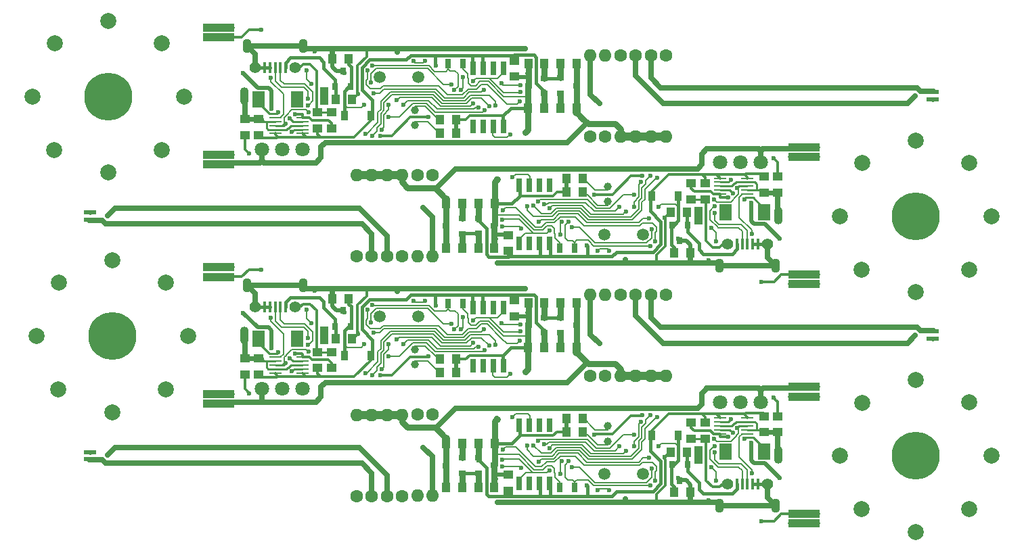
<source format=gbr>
G04 #@! TF.GenerationSoftware,KiCad,Pcbnew,5.0.2+dfsg1-1*
G04 #@! TF.CreationDate,2019-10-24T09:01:44+03:00*
G04 #@! TF.ProjectId,ERG-T-04,4552472d-542d-4303-942e-6b696361645f,rev?*
G04 #@! TF.SameCoordinates,Original*
G04 #@! TF.FileFunction,Copper,L1,Top*
G04 #@! TF.FilePolarity,Positive*
%FSLAX46Y46*%
G04 Gerber Fmt 4.6, Leading zero omitted, Abs format (unit mm)*
G04 Created by KiCad (PCBNEW 5.0.2+dfsg1-1) date Чт 24 окт 2019 09:01:44*
%MOMM*%
%LPD*%
G01*
G04 APERTURE LIST*
G04 #@! TA.AperFunction,ComponentPad*
%ADD10C,2.000000*%
G04 #@! TD*
G04 #@! TA.AperFunction,BGAPad,CuDef*
%ADD11C,6.000000*%
G04 #@! TD*
G04 #@! TA.AperFunction,SMDPad,CuDef*
%ADD12R,1.600000X2.000000*%
G04 #@! TD*
G04 #@! TA.AperFunction,ComponentPad*
%ADD13C,1.600000*%
G04 #@! TD*
G04 #@! TA.AperFunction,ComponentPad*
%ADD14O,1.600000X1.600000*%
G04 #@! TD*
G04 #@! TA.AperFunction,SMDPad,CuDef*
%ADD15R,1.500000X0.500000*%
G04 #@! TD*
G04 #@! TA.AperFunction,SMDPad,CuDef*
%ADD16R,0.900000X0.800000*%
G04 #@! TD*
G04 #@! TA.AperFunction,ComponentPad*
%ADD17O,1.100000X2.200000*%
G04 #@! TD*
G04 #@! TA.AperFunction,ComponentPad*
%ADD18R,1.100000X2.200000*%
G04 #@! TD*
G04 #@! TA.AperFunction,SMDPad,CuDef*
%ADD19R,0.900000X1.200000*%
G04 #@! TD*
G04 #@! TA.AperFunction,SMDPad,CuDef*
%ADD20R,1.000000X1.250000*%
G04 #@! TD*
G04 #@! TA.AperFunction,SMDPad,CuDef*
%ADD21R,1.250000X1.000000*%
G04 #@! TD*
G04 #@! TA.AperFunction,ComponentPad*
%ADD22C,1.500000*%
G04 #@! TD*
G04 #@! TA.AperFunction,ComponentPad*
%ADD23C,1.000000*%
G04 #@! TD*
G04 #@! TA.AperFunction,ViaPad*
%ADD24C,1.000000*%
G04 #@! TD*
G04 #@! TA.AperFunction,SMDPad,CuDef*
%ADD25R,4.000000X1.000000*%
G04 #@! TD*
G04 #@! TA.AperFunction,ComponentPad*
%ADD26C,1.800000*%
G04 #@! TD*
G04 #@! TA.AperFunction,SMDPad,CuDef*
%ADD27R,0.650000X1.700000*%
G04 #@! TD*
G04 #@! TA.AperFunction,SMDPad,CuDef*
%ADD28R,0.800000X0.900000*%
G04 #@! TD*
G04 #@! TA.AperFunction,ComponentPad*
%ADD29O,1.100000X1.800000*%
G04 #@! TD*
G04 #@! TA.AperFunction,ComponentPad*
%ADD30C,1.400000*%
G04 #@! TD*
G04 #@! TA.AperFunction,SMDPad,CuDef*
%ADD31R,0.400000X1.350000*%
G04 #@! TD*
G04 #@! TA.AperFunction,SMDPad,CuDef*
%ADD32R,1.500000X0.250000*%
G04 #@! TD*
G04 #@! TA.AperFunction,SMDPad,CuDef*
%ADD33R,0.700000X1.300000*%
G04 #@! TD*
G04 #@! TA.AperFunction,ViaPad*
%ADD34C,0.600000*%
G04 #@! TD*
G04 #@! TA.AperFunction,Conductor*
%ADD35C,0.200000*%
G04 #@! TD*
G04 #@! TA.AperFunction,Conductor*
%ADD36C,0.800000*%
G04 #@! TD*
G04 #@! TA.AperFunction,Conductor*
%ADD37C,0.400000*%
G04 #@! TD*
G04 #@! TA.AperFunction,Conductor*
%ADD38C,0.300000*%
G04 #@! TD*
G04 #@! TA.AperFunction,Conductor*
%ADD39C,0.150000*%
G04 #@! TD*
G04 #@! TA.AperFunction,Conductor*
%ADD40C,0.250000*%
G04 #@! TD*
G04 #@! TA.AperFunction,Conductor*
%ADD41C,0.700000*%
G04 #@! TD*
G04 #@! TA.AperFunction,Conductor*
%ADD42C,0.500000*%
G04 #@! TD*
G04 #@! TA.AperFunction,Conductor*
%ADD43C,0.650000*%
G04 #@! TD*
G04 #@! TA.AperFunction,Conductor*
%ADD44C,0.600000*%
G04 #@! TD*
G04 #@! TA.AperFunction,Conductor*
%ADD45C,1.000000*%
G04 #@! TD*
G04 APERTURE END LIST*
D10*
G04 #@! TO.P,P1,1*
G04 #@! TO.N,N/C*
X19300000Y-31950000D03*
G04 #@! TD*
G04 #@! TO.P,P1,1*
G04 #@! TO.N,N/C*
X38300000Y-31950000D03*
G04 #@! TD*
G04 #@! TO.P,P1,1*
G04 #@! TO.N,N/C*
X28800000Y-22450000D03*
G04 #@! TD*
G04 #@! TO.P,P1,1*
G04 #@! TO.N,N/C*
X35500000Y-25250000D03*
G04 #@! TD*
G04 #@! TO.P,P1,1*
G04 #@! TO.N,N/C*
X22000000Y-38600000D03*
G04 #@! TD*
G04 #@! TO.P,P1,1*
G04 #@! TO.N,N/C*
X28800000Y-41450000D03*
G04 #@! TD*
G04 #@! TO.P,P1,1*
G04 #@! TO.N,N/C*
X35525000Y-38625000D03*
G04 #@! TD*
G04 #@! TO.P,P1,1*
G04 #@! TO.N,N/C*
X22075000Y-25275000D03*
G04 #@! TD*
G04 #@! TO.P,P1,1*
G04 #@! TO.N,N/C*
X19800000Y-61950000D03*
G04 #@! TD*
G04 #@! TO.P,P1,1*
G04 #@! TO.N,N/C*
X38800000Y-61950000D03*
G04 #@! TD*
G04 #@! TO.P,P1,1*
G04 #@! TO.N,N/C*
X29300000Y-52450000D03*
G04 #@! TD*
G04 #@! TO.P,P1,1*
G04 #@! TO.N,N/C*
X36000000Y-55250000D03*
G04 #@! TD*
G04 #@! TO.P,P1,1*
G04 #@! TO.N,N/C*
X22500000Y-68600000D03*
G04 #@! TD*
G04 #@! TO.P,P1,1*
G04 #@! TO.N,N/C*
X29300000Y-71450000D03*
G04 #@! TD*
G04 #@! TO.P,P1,1*
G04 #@! TO.N,N/C*
X36025000Y-68625000D03*
G04 #@! TD*
G04 #@! TO.P,P1,1*
G04 #@! TO.N,N/C*
X22575000Y-55275000D03*
G04 #@! TD*
G04 #@! TO.P,P1,1*
G04 #@! TO.N,N/C*
X120300000Y-76950000D03*
G04 #@! TD*
G04 #@! TO.P,P1,1*
G04 #@! TO.N,N/C*
X139300000Y-76950000D03*
G04 #@! TD*
G04 #@! TO.P,P1,1*
G04 #@! TO.N,N/C*
X129800000Y-67450000D03*
G04 #@! TD*
G04 #@! TO.P,P1,1*
G04 #@! TO.N,N/C*
X136500000Y-70250000D03*
G04 #@! TD*
G04 #@! TO.P,P1,1*
G04 #@! TO.N,N/C*
X123000000Y-83600000D03*
G04 #@! TD*
G04 #@! TO.P,P1,1*
G04 #@! TO.N,N/C*
X129800000Y-86450000D03*
G04 #@! TD*
G04 #@! TO.P,P1,1*
G04 #@! TO.N,N/C*
X136525000Y-83625000D03*
G04 #@! TD*
G04 #@! TO.P,P1,1*
G04 #@! TO.N,N/C*
X123075000Y-70275000D03*
G04 #@! TD*
G04 #@! TO.P,P1,1*
G04 #@! TO.N,/GND*
X123075000Y-40275000D03*
G04 #@! TD*
G04 #@! TO.P,P1,1*
G04 #@! TO.N,/GND*
X136525000Y-53625000D03*
G04 #@! TD*
G04 #@! TO.P,P1,1*
G04 #@! TO.N,/GND*
X129800000Y-56450000D03*
G04 #@! TD*
G04 #@! TO.P,P1,1*
G04 #@! TO.N,/GND*
X123000000Y-53600000D03*
G04 #@! TD*
G04 #@! TO.P,P1,1*
G04 #@! TO.N,/GND*
X136500000Y-40250000D03*
G04 #@! TD*
G04 #@! TO.P,P1,1*
G04 #@! TO.N,/GND*
X129800000Y-37450000D03*
G04 #@! TD*
G04 #@! TO.P,P1,1*
G04 #@! TO.N,/GND*
X139300000Y-46950000D03*
G04 #@! TD*
G04 #@! TO.P,P1,1*
G04 #@! TO.N,/GND*
X120300000Y-46950000D03*
G04 #@! TD*
D11*
G04 #@! TO.P,P5,1*
G04 #@! TO.N,N/C*
X28800000Y-31950000D03*
G04 #@! TD*
G04 #@! TO.P,P5,1*
G04 #@! TO.N,N/C*
X29300000Y-61950000D03*
G04 #@! TD*
G04 #@! TO.P,P5,1*
G04 #@! TO.N,N/C*
X129800000Y-76950000D03*
G04 #@! TD*
D12*
G04 #@! TO.P,L1,1*
G04 #@! TO.N,N/C*
X47577500Y-62297500D03*
G04 #@! TO.P,L1,2*
X52457500Y-62297500D03*
G04 #@! TD*
D13*
G04 #@! TO.P,R17,1*
G04 #@! TO.N,N/C*
X98580000Y-56755000D03*
D14*
G04 #@! TO.P,R17,2*
X98580000Y-66915000D03*
G04 #@! TD*
D15*
G04 #@! TO.P,R12,2*
G04 #@! TO.N,N/C*
X26527500Y-76447500D03*
G04 #@! TO.P,R12,1*
X26527500Y-77347500D03*
G04 #@! TD*
D16*
G04 #@! TO.P,U3,3*
G04 #@! TO.N,N/C*
X71074000Y-78150000D03*
G04 #@! TO.P,U3,2*
X73074000Y-77200000D03*
G04 #@! TO.P,U3,1*
X73074000Y-79100000D03*
G04 #@! TD*
D17*
G04 #@! TO.P,C21,2*
G04 #@! TO.N,N/C*
X112657500Y-76857500D03*
D18*
G04 #@! TO.P,C21,1*
X102657500Y-76857500D03*
G04 #@! TD*
D19*
G04 #@! TO.P,D1,1*
G04 #@! TO.N,N/C*
X61627500Y-64357500D03*
G04 #@! TO.P,D1,2*
X58327500Y-64357500D03*
G04 #@! TD*
D13*
G04 #@! TO.P,R15,1*
G04 #@! TO.N,N/C*
X94780000Y-56755000D03*
D14*
G04 #@! TO.P,R15,2*
X94780000Y-66915000D03*
G04 #@! TD*
D20*
G04 #@! TO.P,C18,2*
G04 #@! TO.N,N/C*
X71050000Y-75360000D03*
G04 #@! TO.P,C18,1*
X73050000Y-75360000D03*
G04 #@! TD*
D21*
G04 #@! TO.P,C14,2*
G04 #@! TO.N,N/C*
X78832500Y-81277500D03*
G04 #@! TO.P,C14,1*
X78832500Y-79277500D03*
G04 #@! TD*
D20*
G04 #@! TO.P,C13,2*
G04 #@! TO.N,N/C*
X71067500Y-80907500D03*
G04 #@! TO.P,C13,1*
X73067500Y-80907500D03*
G04 #@! TD*
G04 #@! TO.P,C12,2*
G04 #@! TO.N,N/C*
X77077500Y-80917500D03*
G04 #@! TO.P,C12,1*
X75077500Y-80917500D03*
G04 #@! TD*
G04 #@! TO.P,C11,2*
G04 #@! TO.N,N/C*
X77138000Y-75356000D03*
G04 #@! TO.P,C11,1*
X75138000Y-75356000D03*
G04 #@! TD*
G04 #@! TO.P,C10,2*
G04 #@! TO.N,N/C*
X99597500Y-81487500D03*
G04 #@! TO.P,C10,1*
X101597500Y-81487500D03*
G04 #@! TD*
G04 #@! TO.P,C9,2*
G04 #@! TO.N,N/C*
X99157500Y-76467500D03*
G04 #@! TO.P,C9,1*
X101157500Y-76467500D03*
G04 #@! TD*
D21*
G04 #@! TO.P,C8,2*
G04 #@! TO.N,N/C*
X110817500Y-71957500D03*
G04 #@! TO.P,C8,1*
X110817500Y-73957500D03*
G04 #@! TD*
G04 #@! TO.P,C6,2*
G04 #@! TO.N,N/C*
X112517500Y-71957500D03*
G04 #@! TO.P,C6,1*
X112517500Y-73957500D03*
G04 #@! TD*
G04 #@! TO.P,C5,2*
G04 #@! TO.N,N/C*
X101707500Y-72787500D03*
G04 #@! TO.P,C5,1*
X101707500Y-74787500D03*
G04 #@! TD*
D20*
G04 #@! TO.P,C3,2*
G04 #@! TO.N,N/C*
X86150000Y-73910000D03*
G04 #@! TO.P,C3,1*
X88150000Y-73910000D03*
G04 #@! TD*
G04 #@! TO.P,C1,2*
G04 #@! TO.N,N/C*
X86140000Y-72210000D03*
G04 #@! TO.P,C1,1*
X88140000Y-72210000D03*
G04 #@! TD*
D22*
G04 #@! TO.P,8MHz1,2*
G04 #@! TO.N,N/C*
X90837500Y-79217500D03*
G04 #@! TO.P,8MHz1,1*
X95717500Y-79217500D03*
G04 #@! TD*
D16*
G04 #@! TO.P,U4,3*
G04 #@! TO.N,N/C*
X77080000Y-78135000D03*
G04 #@! TO.P,U4,2*
X75080000Y-79085000D03*
G04 #@! TO.P,U4,1*
X75080000Y-77185000D03*
G04 #@! TD*
D14*
G04 #@! TO.P,R13,2*
G04 #@! TO.N,N/C*
X61755000Y-71800000D03*
D13*
G04 #@! TO.P,R13,1*
X61755000Y-81960000D03*
G04 #@! TD*
D14*
G04 #@! TO.P,R11,2*
G04 #@! TO.N,N/C*
X65555000Y-71800000D03*
D13*
G04 #@! TO.P,R11,1*
X65555000Y-81960000D03*
G04 #@! TD*
D14*
G04 #@! TO.P,R10,2*
G04 #@! TO.N,N/C*
X67455000Y-81920000D03*
D13*
G04 #@! TO.P,R10,1*
X67455000Y-71760000D03*
G04 #@! TD*
D23*
G04 #@! TO.P,32.768,2*
G04 #@! TO.N,N/C*
X91250000Y-75110000D03*
G04 #@! TO.P,32.768,1*
X91250000Y-73210000D03*
G04 #@! TD*
D24*
G04 #@! TO.N,N/C*
G04 #@! TO.C,PD4*
X115317500Y-68307500D03*
D25*
G04 #@! TD*
G04 #@! TO.P,PD4,1*
G04 #@! TO.N,N/C*
X115817500Y-68307500D03*
D24*
G04 #@! TO.N,N/C*
G04 #@! TO.C,PD4*
X114317500Y-68307500D03*
X116317500Y-68307500D03*
X117317500Y-68307500D03*
G04 #@! TD*
G04 #@! TO.N,N/C*
G04 #@! TO.C,PD1*
X115317500Y-69517500D03*
D25*
G04 #@! TD*
G04 #@! TO.P,PD1,1*
G04 #@! TO.N,N/C*
X115817500Y-69517500D03*
D24*
G04 #@! TO.N,N/C*
G04 #@! TO.C,PD1*
X114317500Y-69517500D03*
X116317500Y-69517500D03*
X117317500Y-69517500D03*
G04 #@! TD*
G04 #@! TO.N,N/C*
G04 #@! TO.C,PD2*
X115317500Y-84197500D03*
D25*
G04 #@! TD*
G04 #@! TO.P,PD2,1*
G04 #@! TO.N,N/C*
X115817500Y-84197500D03*
D24*
G04 #@! TO.N,N/C*
G04 #@! TO.C,PD2*
X114317500Y-84197500D03*
X116317500Y-84197500D03*
X117317500Y-84197500D03*
G04 #@! TD*
G04 #@! TO.N,N/C*
G04 #@! TO.C,PD3*
X115317500Y-85407500D03*
D25*
G04 #@! TD*
G04 #@! TO.P,PD3,1*
G04 #@! TO.N,N/C*
X115817500Y-85407500D03*
D24*
G04 #@! TO.N,N/C*
G04 #@! TO.C,PD3*
X114317500Y-85407500D03*
X116317500Y-85407500D03*
X117317500Y-85407500D03*
G04 #@! TD*
D26*
G04 #@! TO.P,P6,1*
G04 #@! TO.N,N/C*
X110410000Y-70184000D03*
G04 #@! TD*
G04 #@! TO.P,P5,1*
G04 #@! TO.N,N/C*
X105330000Y-70184000D03*
G04 #@! TD*
G04 #@! TO.P,P4,1*
G04 #@! TO.N,N/C*
X107870000Y-70184000D03*
G04 #@! TD*
D27*
G04 #@! TO.P,IC1,8*
G04 #@! TO.N,N/C*
X84022500Y-80357500D03*
G04 #@! TO.P,IC1,7*
X82752500Y-80357500D03*
G04 #@! TO.P,IC1,6*
X81482500Y-80357500D03*
G04 #@! TO.P,IC1,5*
X80212500Y-80357500D03*
G04 #@! TO.P,IC1,4*
X80212500Y-73057500D03*
G04 #@! TO.P,IC1,3*
X81482500Y-73057500D03*
G04 #@! TO.P,IC1,2*
X82752500Y-73057500D03*
G04 #@! TO.P,IC1,1*
X84022500Y-73057500D03*
G04 #@! TD*
D28*
G04 #@! TO.P,U5,3*
G04 #@! TO.N,N/C*
X100287500Y-80007500D03*
G04 #@! TO.P,U5,2*
X99337500Y-78007500D03*
G04 #@! TO.P,U5,1*
X101237500Y-78007500D03*
G04 #@! TD*
D29*
G04 #@! TO.P,P1,6*
G04 #@! TO.N,N/C*
X112247500Y-83137500D03*
X105247500Y-83137500D03*
D30*
X111247500Y-80437500D03*
X106247500Y-80437500D03*
D31*
G04 #@! TO.P,P1,5*
X110047500Y-80437500D03*
G04 #@! TO.P,P1,4*
X109397500Y-80437500D03*
G04 #@! TO.P,P1,3*
X108747500Y-80437500D03*
G04 #@! TO.P,P1,2*
X108097500Y-80437500D03*
G04 #@! TO.P,P1,1*
X107447500Y-80437500D03*
G04 #@! TD*
D32*
G04 #@! TO.P,U1,8*
G04 #@! TO.N,N/C*
X108757500Y-73157500D03*
G04 #@! TO.P,U1,7*
X108757500Y-73657500D03*
G04 #@! TO.P,U1,6*
X108757500Y-74157500D03*
G04 #@! TO.P,U1,5*
X105357500Y-74157500D03*
G04 #@! TO.P,U1,4*
X105357500Y-73657500D03*
G04 #@! TO.P,U1,3*
X105357500Y-73157500D03*
G04 #@! TO.P,U1,2*
X105357500Y-72657500D03*
G04 #@! TO.P,U1,1*
X105357500Y-72157500D03*
G04 #@! TO.P,U1,9*
X108757500Y-72657500D03*
G04 #@! TO.P,U1,10*
X108757500Y-72157500D03*
G04 #@! TD*
D21*
G04 #@! TO.P,C22,2*
G04 #@! TO.N,N/C*
X103437500Y-72787500D03*
G04 #@! TO.P,C22,1*
X103437500Y-74787500D03*
G04 #@! TD*
D14*
G04 #@! TO.P,R18,2*
G04 #@! TO.N,N/C*
X69355000Y-81920000D03*
D13*
G04 #@! TO.P,R18,1*
X69355000Y-71760000D03*
G04 #@! TD*
D33*
G04 #@! TO.P,R20,2*
G04 #@! TO.N,N/C*
X85247500Y-80887500D03*
G04 #@! TO.P,R20,1*
X87147500Y-80887500D03*
G04 #@! TD*
D12*
G04 #@! TO.P,L1,2*
G04 #@! TO.N,N/C*
X105977500Y-76417500D03*
G04 #@! TO.P,L1,1*
X110857500Y-76417500D03*
G04 #@! TD*
D14*
G04 #@! TO.P,R15,2*
G04 #@! TO.N,N/C*
X63655000Y-71800000D03*
D13*
G04 #@! TO.P,R15,1*
X63655000Y-81960000D03*
G04 #@! TD*
D14*
G04 #@! TO.P,R17,2*
G04 #@! TO.N,N/C*
X59855000Y-71800000D03*
D13*
G04 #@! TO.P,R17,1*
X59855000Y-81960000D03*
G04 #@! TD*
D15*
G04 #@! TO.P,R12,1*
G04 #@! TO.N,N/C*
X131907500Y-61367500D03*
G04 #@! TO.P,R12,2*
X131907500Y-62267500D03*
G04 #@! TD*
D16*
G04 #@! TO.P,U3,1*
G04 #@! TO.N,N/C*
X85361000Y-59615000D03*
G04 #@! TO.P,U3,2*
X85361000Y-61515000D03*
G04 #@! TO.P,U3,3*
X87361000Y-60565000D03*
G04 #@! TD*
D18*
G04 #@! TO.P,C21,1*
G04 #@! TO.N,N/C*
X55777500Y-61857500D03*
D17*
G04 #@! TO.P,C21,2*
X45777500Y-61857500D03*
G04 #@! TD*
D20*
G04 #@! TO.P,C18,1*
G04 #@! TO.N,N/C*
X85385000Y-63355000D03*
G04 #@! TO.P,C18,2*
X87385000Y-63355000D03*
G04 #@! TD*
D21*
G04 #@! TO.P,C14,1*
G04 #@! TO.N,N/C*
X79602500Y-59437500D03*
G04 #@! TO.P,C14,2*
X79602500Y-57437500D03*
G04 #@! TD*
D20*
G04 #@! TO.P,C13,1*
G04 #@! TO.N,N/C*
X85367500Y-57807500D03*
G04 #@! TO.P,C13,2*
X87367500Y-57807500D03*
G04 #@! TD*
G04 #@! TO.P,C12,1*
G04 #@! TO.N,N/C*
X83357500Y-57797500D03*
G04 #@! TO.P,C12,2*
X81357500Y-57797500D03*
G04 #@! TD*
G04 #@! TO.P,C11,1*
G04 #@! TO.N,N/C*
X83297000Y-63359000D03*
G04 #@! TO.P,C11,2*
X81297000Y-63359000D03*
G04 #@! TD*
G04 #@! TO.P,C10,1*
G04 #@! TO.N,N/C*
X56837500Y-57227500D03*
G04 #@! TO.P,C10,2*
X58837500Y-57227500D03*
G04 #@! TD*
G04 #@! TO.P,C9,1*
G04 #@! TO.N,N/C*
X57277500Y-62247500D03*
G04 #@! TO.P,C9,2*
X59277500Y-62247500D03*
G04 #@! TD*
D21*
G04 #@! TO.P,C8,1*
G04 #@! TO.N,N/C*
X47617500Y-64757500D03*
G04 #@! TO.P,C8,2*
X47617500Y-66757500D03*
G04 #@! TD*
G04 #@! TO.P,C6,1*
G04 #@! TO.N,N/C*
X45917500Y-64757500D03*
G04 #@! TO.P,C6,2*
X45917500Y-66757500D03*
G04 #@! TD*
G04 #@! TO.P,C5,1*
G04 #@! TO.N,N/C*
X56727500Y-63927500D03*
G04 #@! TO.P,C5,2*
X56727500Y-65927500D03*
G04 #@! TD*
D20*
G04 #@! TO.P,C3,1*
G04 #@! TO.N,N/C*
X70285000Y-64805000D03*
G04 #@! TO.P,C3,2*
X72285000Y-64805000D03*
G04 #@! TD*
G04 #@! TO.P,C1,1*
G04 #@! TO.N,N/C*
X70295000Y-66505000D03*
G04 #@! TO.P,C1,2*
X72295000Y-66505000D03*
G04 #@! TD*
D22*
G04 #@! TO.P,8MHz1,1*
G04 #@! TO.N,N/C*
X62717500Y-59497500D03*
G04 #@! TO.P,8MHz1,2*
X67597500Y-59497500D03*
G04 #@! TD*
D16*
G04 #@! TO.P,U4,1*
G04 #@! TO.N,N/C*
X83355000Y-61530000D03*
G04 #@! TO.P,U4,2*
X83355000Y-59630000D03*
G04 #@! TO.P,U4,3*
X81355000Y-60580000D03*
G04 #@! TD*
D13*
G04 #@! TO.P,R13,1*
G04 #@! TO.N,N/C*
X96680000Y-56755000D03*
D14*
G04 #@! TO.P,R13,2*
X96680000Y-66915000D03*
G04 #@! TD*
D13*
G04 #@! TO.P,R11,1*
G04 #@! TO.N,N/C*
X92880000Y-56755000D03*
D14*
G04 #@! TO.P,R11,2*
X92880000Y-66915000D03*
G04 #@! TD*
D13*
G04 #@! TO.P,R10,1*
G04 #@! TO.N,N/C*
X90980000Y-66955000D03*
D14*
G04 #@! TO.P,R10,2*
X90980000Y-56795000D03*
G04 #@! TD*
D23*
G04 #@! TO.P,32.768,1*
G04 #@! TO.N,N/C*
X67185000Y-65505000D03*
G04 #@! TO.P,32.768,2*
X67185000Y-63605000D03*
G04 #@! TD*
D33*
G04 #@! TO.P,R20,1*
G04 #@! TO.N,N/C*
X71287500Y-57827500D03*
G04 #@! TO.P,R20,2*
X73187500Y-57827500D03*
G04 #@! TD*
D32*
G04 #@! TO.P,U1,10*
G04 #@! TO.N,N/C*
X49677500Y-66557500D03*
G04 #@! TO.P,U1,9*
X49677500Y-66057500D03*
G04 #@! TO.P,U1,1*
X53077500Y-66557500D03*
G04 #@! TO.P,U1,2*
X53077500Y-66057500D03*
G04 #@! TO.P,U1,3*
X53077500Y-65557500D03*
G04 #@! TO.P,U1,4*
X53077500Y-65057500D03*
G04 #@! TO.P,U1,5*
X53077500Y-64557500D03*
G04 #@! TO.P,U1,6*
X49677500Y-64557500D03*
G04 #@! TO.P,U1,7*
X49677500Y-65057500D03*
G04 #@! TO.P,U1,8*
X49677500Y-65557500D03*
G04 #@! TD*
D21*
G04 #@! TO.P,C22,1*
G04 #@! TO.N,N/C*
X54997500Y-63927500D03*
G04 #@! TO.P,C22,2*
X54997500Y-65927500D03*
G04 #@! TD*
D13*
G04 #@! TO.P,R18,1*
G04 #@! TO.N,N/C*
X89080000Y-66955000D03*
D14*
G04 #@! TO.P,R18,2*
X89080000Y-56795000D03*
G04 #@! TD*
D24*
G04 #@! TO.N,N/C*
G04 #@! TO.C,PD4*
X41117500Y-70407500D03*
X42117500Y-70407500D03*
X44117500Y-70407500D03*
D25*
G04 #@! TD*
G04 #@! TO.P,PD4,1*
G04 #@! TO.N,N/C*
X42617500Y-70407500D03*
D24*
G04 #@! TO.N,N/C*
G04 #@! TO.C,PD4*
X43117500Y-70407500D03*
G04 #@! TD*
G04 #@! TO.N,N/C*
G04 #@! TO.C,PD1*
X41117500Y-69197500D03*
X42117500Y-69197500D03*
X44117500Y-69197500D03*
D25*
G04 #@! TD*
G04 #@! TO.P,PD1,1*
G04 #@! TO.N,N/C*
X42617500Y-69197500D03*
D24*
G04 #@! TO.N,N/C*
G04 #@! TO.C,PD1*
X43117500Y-69197500D03*
G04 #@! TD*
G04 #@! TO.N,N/C*
G04 #@! TO.C,PD2*
X41117500Y-54517500D03*
X42117500Y-54517500D03*
X44117500Y-54517500D03*
D25*
G04 #@! TD*
G04 #@! TO.P,PD2,1*
G04 #@! TO.N,N/C*
X42617500Y-54517500D03*
D24*
G04 #@! TO.N,N/C*
G04 #@! TO.C,PD2*
X43117500Y-54517500D03*
G04 #@! TD*
G04 #@! TO.N,N/C*
G04 #@! TO.C,PD3*
X41117500Y-53307500D03*
X42117500Y-53307500D03*
X44117500Y-53307500D03*
D25*
G04 #@! TD*
G04 #@! TO.P,PD3,1*
G04 #@! TO.N,N/C*
X42617500Y-53307500D03*
D24*
G04 #@! TO.N,N/C*
G04 #@! TO.C,PD3*
X43117500Y-53307500D03*
G04 #@! TD*
D26*
G04 #@! TO.P,P6,1*
G04 #@! TO.N,N/C*
X48025000Y-68531000D03*
G04 #@! TD*
G04 #@! TO.P,P5,1*
G04 #@! TO.N,N/C*
X53105000Y-68531000D03*
G04 #@! TD*
G04 #@! TO.P,P4,1*
G04 #@! TO.N,N/C*
X50565000Y-68531000D03*
G04 #@! TD*
D27*
G04 #@! TO.P,IC1,1*
G04 #@! TO.N,N/C*
X74412500Y-65657500D03*
G04 #@! TO.P,IC1,2*
X75682500Y-65657500D03*
G04 #@! TO.P,IC1,3*
X76952500Y-65657500D03*
G04 #@! TO.P,IC1,4*
X78222500Y-65657500D03*
G04 #@! TO.P,IC1,5*
X78222500Y-58357500D03*
G04 #@! TO.P,IC1,6*
X76952500Y-58357500D03*
G04 #@! TO.P,IC1,7*
X75682500Y-58357500D03*
G04 #@! TO.P,IC1,8*
X74412500Y-58357500D03*
G04 #@! TD*
D28*
G04 #@! TO.P,U5,1*
G04 #@! TO.N,N/C*
X57197500Y-60707500D03*
G04 #@! TO.P,U5,2*
X59097500Y-60707500D03*
G04 #@! TO.P,U5,3*
X58147500Y-58707500D03*
G04 #@! TD*
D31*
G04 #@! TO.P,P1,1*
G04 #@! TO.N,N/C*
X50987500Y-58277500D03*
G04 #@! TO.P,P1,2*
X50337500Y-58277500D03*
G04 #@! TO.P,P1,3*
X49687500Y-58277500D03*
G04 #@! TO.P,P1,4*
X49037500Y-58277500D03*
G04 #@! TO.P,P1,5*
X48387500Y-58277500D03*
D30*
G04 #@! TO.P,P1,6*
X52187500Y-58277500D03*
X47187500Y-58277500D03*
D29*
X53187500Y-55577500D03*
X46187500Y-55577500D03*
G04 #@! TD*
D19*
G04 #@! TO.P,D1,2*
G04 #@! TO.N,N/C*
X100107500Y-74357500D03*
G04 #@! TO.P,D1,1*
X96807500Y-74357500D03*
G04 #@! TD*
D15*
G04 #@! TO.P,R12,2*
G04 #@! TO.N,N/C*
X131907500Y-32267500D03*
G04 #@! TO.P,R12,1*
X131907500Y-31367500D03*
G04 #@! TD*
D16*
G04 #@! TO.P,U3,3*
G04 #@! TO.N,N/C*
X87361000Y-30565000D03*
G04 #@! TO.P,U3,2*
X85361000Y-31515000D03*
G04 #@! TO.P,U3,1*
X85361000Y-29615000D03*
G04 #@! TD*
D17*
G04 #@! TO.P,C21,2*
G04 #@! TO.N,N/C*
X45777500Y-31857500D03*
D18*
G04 #@! TO.P,C21,1*
X55777500Y-31857500D03*
G04 #@! TD*
D20*
G04 #@! TO.P,C18,2*
G04 #@! TO.N,N/C*
X87385000Y-33355000D03*
G04 #@! TO.P,C18,1*
X85385000Y-33355000D03*
G04 #@! TD*
D21*
G04 #@! TO.P,C14,2*
G04 #@! TO.N,N/C*
X79602500Y-27437500D03*
G04 #@! TO.P,C14,1*
X79602500Y-29437500D03*
G04 #@! TD*
D20*
G04 #@! TO.P,C13,2*
G04 #@! TO.N,N/C*
X87367500Y-27807500D03*
G04 #@! TO.P,C13,1*
X85367500Y-27807500D03*
G04 #@! TD*
G04 #@! TO.P,C12,2*
G04 #@! TO.N,N/C*
X81357500Y-27797500D03*
G04 #@! TO.P,C12,1*
X83357500Y-27797500D03*
G04 #@! TD*
G04 #@! TO.P,C11,2*
G04 #@! TO.N,N/C*
X81297000Y-33359000D03*
G04 #@! TO.P,C11,1*
X83297000Y-33359000D03*
G04 #@! TD*
G04 #@! TO.P,C10,2*
G04 #@! TO.N,N/C*
X58837500Y-27227500D03*
G04 #@! TO.P,C10,1*
X56837500Y-27227500D03*
G04 #@! TD*
G04 #@! TO.P,C9,2*
G04 #@! TO.N,N/C*
X59277500Y-32247500D03*
G04 #@! TO.P,C9,1*
X57277500Y-32247500D03*
G04 #@! TD*
D21*
G04 #@! TO.P,C8,2*
G04 #@! TO.N,N/C*
X47617500Y-36757500D03*
G04 #@! TO.P,C8,1*
X47617500Y-34757500D03*
G04 #@! TD*
G04 #@! TO.P,C6,2*
G04 #@! TO.N,N/C*
X45917500Y-36757500D03*
G04 #@! TO.P,C6,1*
X45917500Y-34757500D03*
G04 #@! TD*
G04 #@! TO.P,C5,2*
G04 #@! TO.N,N/C*
X56727500Y-35927500D03*
G04 #@! TO.P,C5,1*
X56727500Y-33927500D03*
G04 #@! TD*
D20*
G04 #@! TO.P,C3,2*
G04 #@! TO.N,N/C*
X72285000Y-34805000D03*
G04 #@! TO.P,C3,1*
X70285000Y-34805000D03*
G04 #@! TD*
G04 #@! TO.P,C1,2*
G04 #@! TO.N,N/C*
X72295000Y-36505000D03*
G04 #@! TO.P,C1,1*
X70295000Y-36505000D03*
G04 #@! TD*
D22*
G04 #@! TO.P,8MHz1,2*
G04 #@! TO.N,N/C*
X67597500Y-29497500D03*
G04 #@! TO.P,8MHz1,1*
X62717500Y-29497500D03*
G04 #@! TD*
D16*
G04 #@! TO.P,U4,3*
G04 #@! TO.N,N/C*
X81355000Y-30580000D03*
G04 #@! TO.P,U4,2*
X83355000Y-29630000D03*
G04 #@! TO.P,U4,1*
X83355000Y-31530000D03*
G04 #@! TD*
D14*
G04 #@! TO.P,R13,2*
G04 #@! TO.N,N/C*
X96680000Y-36915000D03*
D13*
G04 #@! TO.P,R13,1*
X96680000Y-26755000D03*
G04 #@! TD*
D14*
G04 #@! TO.P,R11,2*
G04 #@! TO.N,N/C*
X92880000Y-36915000D03*
D13*
G04 #@! TO.P,R11,1*
X92880000Y-26755000D03*
G04 #@! TD*
D14*
G04 #@! TO.P,R10,2*
G04 #@! TO.N,N/C*
X90980000Y-26795000D03*
D13*
G04 #@! TO.P,R10,1*
X90980000Y-36955000D03*
G04 #@! TD*
D23*
G04 #@! TO.P,32.768,2*
G04 #@! TO.N,N/C*
X67185000Y-33605000D03*
G04 #@! TO.P,32.768,1*
X67185000Y-35505000D03*
G04 #@! TD*
D24*
G04 #@! TO.N,N/C*
G04 #@! TO.C,PD4*
X43117500Y-40407500D03*
D25*
G04 #@! TD*
G04 #@! TO.P,PD4,1*
G04 #@! TO.N,N/C*
X42617500Y-40407500D03*
D24*
G04 #@! TO.N,N/C*
G04 #@! TO.C,PD4*
X44117500Y-40407500D03*
X42117500Y-40407500D03*
X41117500Y-40407500D03*
G04 #@! TD*
G04 #@! TO.N,N/C*
G04 #@! TO.C,PD1*
X43117500Y-39197500D03*
D25*
G04 #@! TD*
G04 #@! TO.P,PD1,1*
G04 #@! TO.N,N/C*
X42617500Y-39197500D03*
D24*
G04 #@! TO.N,N/C*
G04 #@! TO.C,PD1*
X44117500Y-39197500D03*
X42117500Y-39197500D03*
X41117500Y-39197500D03*
G04 #@! TD*
G04 #@! TO.N,N/C*
G04 #@! TO.C,PD2*
X43117500Y-24517500D03*
D25*
G04 #@! TD*
G04 #@! TO.P,PD2,1*
G04 #@! TO.N,N/C*
X42617500Y-24517500D03*
D24*
G04 #@! TO.N,N/C*
G04 #@! TO.C,PD2*
X44117500Y-24517500D03*
X42117500Y-24517500D03*
X41117500Y-24517500D03*
G04 #@! TD*
G04 #@! TO.N,N/C*
G04 #@! TO.C,PD3*
X43117500Y-23307500D03*
D25*
G04 #@! TD*
G04 #@! TO.P,PD3,1*
G04 #@! TO.N,N/C*
X42617500Y-23307500D03*
D24*
G04 #@! TO.N,N/C*
G04 #@! TO.C,PD3*
X44117500Y-23307500D03*
X42117500Y-23307500D03*
X41117500Y-23307500D03*
G04 #@! TD*
D26*
G04 #@! TO.P,P6,1*
G04 #@! TO.N,N/C*
X48025000Y-38531000D03*
G04 #@! TD*
G04 #@! TO.P,P5,1*
G04 #@! TO.N,N/C*
X53105000Y-38531000D03*
G04 #@! TD*
G04 #@! TO.P,P4,1*
G04 #@! TO.N,N/C*
X50565000Y-38531000D03*
G04 #@! TD*
D27*
G04 #@! TO.P,IC1,8*
G04 #@! TO.N,N/C*
X74412500Y-28357500D03*
G04 #@! TO.P,IC1,7*
X75682500Y-28357500D03*
G04 #@! TO.P,IC1,6*
X76952500Y-28357500D03*
G04 #@! TO.P,IC1,5*
X78222500Y-28357500D03*
G04 #@! TO.P,IC1,4*
X78222500Y-35657500D03*
G04 #@! TO.P,IC1,3*
X76952500Y-35657500D03*
G04 #@! TO.P,IC1,2*
X75682500Y-35657500D03*
G04 #@! TO.P,IC1,1*
X74412500Y-35657500D03*
G04 #@! TD*
D28*
G04 #@! TO.P,U5,3*
G04 #@! TO.N,N/C*
X58147500Y-28707500D03*
G04 #@! TO.P,U5,2*
X59097500Y-30707500D03*
G04 #@! TO.P,U5,1*
X57197500Y-30707500D03*
G04 #@! TD*
D29*
G04 #@! TO.P,P1,6*
G04 #@! TO.N,N/C*
X46187500Y-25577500D03*
X53187500Y-25577500D03*
D30*
X47187500Y-28277500D03*
X52187500Y-28277500D03*
D31*
G04 #@! TO.P,P1,5*
X48387500Y-28277500D03*
G04 #@! TO.P,P1,4*
X49037500Y-28277500D03*
G04 #@! TO.P,P1,3*
X49687500Y-28277500D03*
G04 #@! TO.P,P1,2*
X50337500Y-28277500D03*
G04 #@! TO.P,P1,1*
X50987500Y-28277500D03*
G04 #@! TD*
D32*
G04 #@! TO.P,U1,8*
G04 #@! TO.N,N/C*
X49677500Y-35557500D03*
G04 #@! TO.P,U1,7*
X49677500Y-35057500D03*
G04 #@! TO.P,U1,6*
X49677500Y-34557500D03*
G04 #@! TO.P,U1,5*
X53077500Y-34557500D03*
G04 #@! TO.P,U1,4*
X53077500Y-35057500D03*
G04 #@! TO.P,U1,3*
X53077500Y-35557500D03*
G04 #@! TO.P,U1,2*
X53077500Y-36057500D03*
G04 #@! TO.P,U1,1*
X53077500Y-36557500D03*
G04 #@! TO.P,U1,9*
X49677500Y-36057500D03*
G04 #@! TO.P,U1,10*
X49677500Y-36557500D03*
G04 #@! TD*
D21*
G04 #@! TO.P,C22,2*
G04 #@! TO.N,N/C*
X54997500Y-35927500D03*
G04 #@! TO.P,C22,1*
X54997500Y-33927500D03*
G04 #@! TD*
D14*
G04 #@! TO.P,R18,2*
G04 #@! TO.N,N/C*
X89080000Y-26795000D03*
D13*
G04 #@! TO.P,R18,1*
X89080000Y-36955000D03*
G04 #@! TD*
D33*
G04 #@! TO.P,R20,2*
G04 #@! TO.N,N/C*
X73187500Y-27827500D03*
G04 #@! TO.P,R20,1*
X71287500Y-27827500D03*
G04 #@! TD*
D12*
G04 #@! TO.P,L1,2*
G04 #@! TO.N,N/C*
X52457500Y-32297500D03*
G04 #@! TO.P,L1,1*
X47577500Y-32297500D03*
G04 #@! TD*
D14*
G04 #@! TO.P,R15,2*
G04 #@! TO.N,N/C*
X94780000Y-36915000D03*
D13*
G04 #@! TO.P,R15,1*
X94780000Y-26755000D03*
G04 #@! TD*
D14*
G04 #@! TO.P,R17,2*
G04 #@! TO.N,N/C*
X98580000Y-36915000D03*
D13*
G04 #@! TO.P,R17,1*
X98580000Y-26755000D03*
G04 #@! TD*
D19*
G04 #@! TO.P,D1,2*
G04 #@! TO.N,N/C*
X58327500Y-34357500D03*
G04 #@! TO.P,D1,1*
X61627500Y-34357500D03*
G04 #@! TD*
D15*
G04 #@! TO.P,R12,1*
G04 #@! TO.N,/AIN1(-)*
X26527500Y-47347500D03*
G04 #@! TO.P,R12,2*
G04 #@! TO.N,/1.2VT*
X26527500Y-46447500D03*
G04 #@! TD*
D16*
G04 #@! TO.P,U3,1*
G04 #@! TO.N,/3.0VT*
X73074000Y-49100000D03*
G04 #@! TO.P,U3,2*
G04 #@! TO.N,/1.2VT*
X73074000Y-47200000D03*
G04 #@! TO.P,U3,3*
G04 #@! TO.N,/AGND*
X71074000Y-48150000D03*
G04 #@! TD*
D18*
G04 #@! TO.P,C21,1*
G04 #@! TO.N,/VBAT*
X102657500Y-46857500D03*
D17*
G04 #@! TO.P,C21,2*
G04 #@! TO.N,/AGND*
X112657500Y-46857500D03*
G04 #@! TD*
D19*
G04 #@! TO.P,D1,1*
G04 #@! TO.N,/3.3V*
X96807500Y-44357500D03*
G04 #@! TO.P,D1,2*
G04 #@! TO.N,/USB_DETECT*
X100107500Y-44357500D03*
G04 #@! TD*
D13*
G04 #@! TO.P,R17,1*
G04 #@! TO.N,/AIN3(-)*
X59855000Y-51960000D03*
D14*
G04 #@! TO.P,R17,2*
G04 #@! TO.N,/AGND*
X59855000Y-41800000D03*
G04 #@! TD*
D13*
G04 #@! TO.P,R15,1*
G04 #@! TO.N,/AIN2(-)*
X63655000Y-51960000D03*
D14*
G04 #@! TO.P,R15,2*
G04 #@! TO.N,/AGND*
X63655000Y-41800000D03*
G04 #@! TD*
D23*
G04 #@! TO.P,32.768,1*
G04 #@! TO.N,/OSC32_IN*
X91250000Y-43210000D03*
G04 #@! TO.P,32.768,2*
G04 #@! TO.N,/OSC32_OUT*
X91250000Y-45110000D03*
G04 #@! TD*
D13*
G04 #@! TO.P,R10,1*
G04 #@! TO.N,Net-(R10-Pad1)*
X67455000Y-41760000D03*
D14*
G04 #@! TO.P,R10,2*
G04 #@! TO.N,/AIN(+)*
X67455000Y-51920000D03*
G04 #@! TD*
D13*
G04 #@! TO.P,R11,1*
G04 #@! TO.N,/AIN(+)*
X65555000Y-51960000D03*
D14*
G04 #@! TO.P,R11,2*
G04 #@! TO.N,/AGND*
X65555000Y-41800000D03*
G04 #@! TD*
D13*
G04 #@! TO.P,R13,1*
G04 #@! TO.N,/AIN1(-)*
X61755000Y-51960000D03*
D14*
G04 #@! TO.P,R13,2*
G04 #@! TO.N,/AGND*
X61755000Y-41800000D03*
G04 #@! TD*
D16*
G04 #@! TO.P,U4,1*
G04 #@! TO.N,/3.3V*
X75080000Y-47185000D03*
G04 #@! TO.P,U4,2*
G04 #@! TO.N,/3.0VT*
X75080000Y-49085000D03*
G04 #@! TO.P,U4,3*
G04 #@! TO.N,/AGND*
X77080000Y-48135000D03*
G04 #@! TD*
D22*
G04 #@! TO.P,8MHz1,1*
G04 #@! TO.N,/OSC8_IN*
X95717500Y-49217500D03*
G04 #@! TO.P,8MHz1,2*
G04 #@! TO.N,/OSC8_OUT*
X90837500Y-49217500D03*
G04 #@! TD*
D20*
G04 #@! TO.P,C1,1*
G04 #@! TO.N,/OSC32_IN*
X88140000Y-42210000D03*
G04 #@! TO.P,C1,2*
G04 #@! TO.N,/AGND*
X86140000Y-42210000D03*
G04 #@! TD*
G04 #@! TO.P,C3,1*
G04 #@! TO.N,/OSC32_OUT*
X88150000Y-43910000D03*
G04 #@! TO.P,C3,2*
G04 #@! TO.N,/AGND*
X86150000Y-43910000D03*
G04 #@! TD*
D21*
G04 #@! TO.P,C5,1*
G04 #@! TO.N,/AGND*
X101707500Y-44787500D03*
G04 #@! TO.P,C5,2*
G04 #@! TO.N,Net-(C5-Pad2)*
X101707500Y-42787500D03*
G04 #@! TD*
G04 #@! TO.P,C6,1*
G04 #@! TO.N,/AGND*
X112517500Y-43957500D03*
G04 #@! TO.P,C6,2*
G04 #@! TO.N,Net-(C6-Pad2)*
X112517500Y-41957500D03*
G04 #@! TD*
G04 #@! TO.P,C8,1*
G04 #@! TO.N,/AGND*
X110817500Y-43957500D03*
G04 #@! TO.P,C8,2*
G04 #@! TO.N,/3.3V*
X110817500Y-41957500D03*
G04 #@! TD*
D20*
G04 #@! TO.P,C9,1*
G04 #@! TO.N,/5V*
X101157500Y-46467500D03*
G04 #@! TO.P,C9,2*
G04 #@! TO.N,/AGND*
X99157500Y-46467500D03*
G04 #@! TD*
G04 #@! TO.P,C10,1*
G04 #@! TO.N,/AGND*
X101597500Y-51487500D03*
G04 #@! TO.P,C10,2*
G04 #@! TO.N,/USB_DETECT*
X99597500Y-51487500D03*
G04 #@! TD*
G04 #@! TO.P,C11,1*
G04 #@! TO.N,/3.3V*
X75138000Y-45356000D03*
G04 #@! TO.P,C11,2*
G04 #@! TO.N,/AGND*
X77138000Y-45356000D03*
G04 #@! TD*
G04 #@! TO.P,C12,1*
G04 #@! TO.N,/3.0VT*
X75077500Y-50917500D03*
G04 #@! TO.P,C12,2*
G04 #@! TO.N,/AGND*
X77077500Y-50917500D03*
G04 #@! TD*
G04 #@! TO.P,C13,1*
G04 #@! TO.N,/3.0VT*
X73067500Y-50907500D03*
G04 #@! TO.P,C13,2*
G04 #@! TO.N,/AGND*
X71067500Y-50907500D03*
G04 #@! TD*
D21*
G04 #@! TO.P,C14,1*
G04 #@! TO.N,/AGND*
X78832500Y-49277500D03*
G04 #@! TO.P,C14,2*
G04 #@! TO.N,/3.3V*
X78832500Y-51277500D03*
G04 #@! TD*
D20*
G04 #@! TO.P,C18,1*
G04 #@! TO.N,/1.2VT*
X73050000Y-45360000D03*
G04 #@! TO.P,C18,2*
G04 #@! TO.N,/AGND*
X71050000Y-45360000D03*
G04 #@! TD*
D12*
G04 #@! TO.P,L1,1*
G04 #@! TO.N,Net-(L1-Pad1)*
X110857500Y-46417500D03*
G04 #@! TO.P,L1,2*
G04 #@! TO.N,Net-(L1-Pad2)*
X105977500Y-46417500D03*
G04 #@! TD*
D33*
G04 #@! TO.P,R20,1*
G04 #@! TO.N,/PWR_ON*
X87147500Y-50887500D03*
G04 #@! TO.P,R20,2*
G04 #@! TO.N,/AGND*
X85247500Y-50887500D03*
G04 #@! TD*
D13*
G04 #@! TO.P,R18,1*
G04 #@! TO.N,Net-(R10-Pad1)*
X69355000Y-41760000D03*
D14*
G04 #@! TO.P,R18,2*
G04 #@! TO.N,/1.2VT*
X69355000Y-51920000D03*
G04 #@! TD*
D21*
G04 #@! TO.P,C22,1*
G04 #@! TO.N,/AGND*
X103437500Y-44787500D03*
G04 #@! TO.P,C22,2*
G04 #@! TO.N,/3.3V*
X103437500Y-42787500D03*
G04 #@! TD*
D32*
G04 #@! TO.P,U1,10*
G04 #@! TO.N,/3.3V*
X108757500Y-42157500D03*
G04 #@! TO.P,U1,9*
G04 #@! TO.N,/AGND*
X108757500Y-42657500D03*
G04 #@! TO.P,U1,1*
G04 #@! TO.N,/3.3V*
X105357500Y-42157500D03*
G04 #@! TO.P,U1,2*
G04 #@! TO.N,Net-(L1-Pad2)*
X105357500Y-42657500D03*
G04 #@! TO.P,U1,3*
G04 #@! TO.N,/AGND*
X105357500Y-43157500D03*
G04 #@! TO.P,U1,4*
G04 #@! TO.N,Net-(L1-Pad1)*
X105357500Y-43657500D03*
G04 #@! TO.P,U1,5*
G04 #@! TO.N,Net-(C5-Pad2)*
X105357500Y-44157500D03*
G04 #@! TO.P,U1,6*
G04 #@! TO.N,/EN*
X108757500Y-44157500D03*
G04 #@! TO.P,U1,7*
G04 #@! TO.N,/AGND*
X108757500Y-43657500D03*
G04 #@! TO.P,U1,8*
G04 #@! TO.N,Net-(C6-Pad2)*
X108757500Y-43157500D03*
G04 #@! TD*
D31*
G04 #@! TO.P,P1,1*
G04 #@! TO.N,/5V*
X107447500Y-50437500D03*
G04 #@! TO.P,P1,2*
G04 #@! TO.N,Net-(P1-Pad2)*
X108097500Y-50437500D03*
G04 #@! TO.P,P1,3*
G04 #@! TO.N,Net-(P1-Pad3)*
X108747500Y-50437500D03*
G04 #@! TO.P,P1,4*
G04 #@! TO.N,/AGND*
X109397500Y-50437500D03*
G04 #@! TO.P,P1,5*
X110047500Y-50437500D03*
D30*
G04 #@! TO.P,P1,6*
X106247500Y-50437500D03*
X111247500Y-50437500D03*
D29*
X105247500Y-53137500D03*
X112247500Y-53137500D03*
G04 #@! TD*
D28*
G04 #@! TO.P,U5,1*
G04 #@! TO.N,/5V*
X101237500Y-48007500D03*
G04 #@! TO.P,U5,2*
G04 #@! TO.N,/USB_DETECT*
X99337500Y-48007500D03*
G04 #@! TO.P,U5,3*
G04 #@! TO.N,/AGND*
X100287500Y-50007500D03*
G04 #@! TD*
D27*
G04 #@! TO.P,IC1,1*
G04 #@! TO.N,/FLASH_CS*
X84022500Y-43057500D03*
G04 #@! TO.P,IC1,2*
G04 #@! TO.N,/SPI_MISO*
X82752500Y-43057500D03*
G04 #@! TO.P,IC1,3*
G04 #@! TO.N,/3.3V*
X81482500Y-43057500D03*
G04 #@! TO.P,IC1,4*
G04 #@! TO.N,/AGND*
X80212500Y-43057500D03*
G04 #@! TO.P,IC1,5*
G04 #@! TO.N,/SPI_MOSI*
X80212500Y-50357500D03*
G04 #@! TO.P,IC1,6*
G04 #@! TO.N,/SPI_SCLK*
X81482500Y-50357500D03*
G04 #@! TO.P,IC1,7*
G04 #@! TO.N,/3.3V*
X82752500Y-50357500D03*
G04 #@! TO.P,IC1,8*
X84022500Y-50357500D03*
G04 #@! TD*
D26*
G04 #@! TO.P,P4,1*
G04 #@! TO.N,/DIO*
X107870000Y-40184000D03*
G04 #@! TD*
G04 #@! TO.P,P5,1*
G04 #@! TO.N,/DCLK*
X105330000Y-40184000D03*
G04 #@! TD*
G04 #@! TO.P,P6,1*
G04 #@! TO.N,/AGND*
X110410000Y-40184000D03*
G04 #@! TD*
D24*
G04 #@! TO.N,/18650*
G04 #@! TO.C,PD3*
X117317500Y-55407500D03*
X116317500Y-55407500D03*
X114317500Y-55407500D03*
D25*
G04 #@! TD*
G04 #@! TO.P,PD3,1*
G04 #@! TO.N,/18650*
X115817500Y-55407500D03*
D24*
G04 #@! TO.N,/18650*
G04 #@! TO.C,PD3*
X115317500Y-55407500D03*
G04 #@! TD*
G04 #@! TO.N,/VBAT*
G04 #@! TO.C,PD2*
X117317500Y-54197500D03*
X116317500Y-54197500D03*
X114317500Y-54197500D03*
D25*
G04 #@! TD*
G04 #@! TO.P,PD2,1*
G04 #@! TO.N,/VBAT*
X115817500Y-54197500D03*
D24*
G04 #@! TO.N,/VBAT*
G04 #@! TO.C,PD2*
X115317500Y-54197500D03*
G04 #@! TD*
G04 #@! TO.N,/VBAT*
G04 #@! TO.C,PD1*
X117317500Y-39517500D03*
X116317500Y-39517500D03*
X114317500Y-39517500D03*
D25*
G04 #@! TD*
G04 #@! TO.P,PD1,1*
G04 #@! TO.N,/VBAT*
X115817500Y-39517500D03*
D24*
G04 #@! TO.N,/VBAT*
G04 #@! TO.C,PD1*
X115317500Y-39517500D03*
G04 #@! TD*
G04 #@! TO.N,/AGND*
G04 #@! TO.C,PD4*
X117317500Y-38307500D03*
X116317500Y-38307500D03*
X114317500Y-38307500D03*
D25*
G04 #@! TD*
G04 #@! TO.P,PD4,1*
G04 #@! TO.N,/AGND*
X115817500Y-38307500D03*
D24*
G04 #@! TO.N,/AGND*
G04 #@! TO.C,PD4*
X115317500Y-38307500D03*
G04 #@! TD*
D11*
G04 #@! TO.P,P5,1*
G04 #@! TO.N,/GND*
X129800000Y-46950000D03*
G04 #@! TD*
D34*
G04 #@! TO.N,*
X83285000Y-31255000D03*
X69797500Y-28097500D03*
X79602500Y-27437500D03*
X79080000Y-36655000D03*
X76435000Y-33105000D03*
X61787500Y-36857500D03*
X77235000Y-33055000D03*
X60987500Y-36607500D03*
X75835000Y-33680000D03*
X63857500Y-34457500D03*
X75110000Y-33280000D03*
X65717500Y-32957500D03*
X53857500Y-33897500D03*
X46442498Y-39082500D03*
X51007603Y-35300535D03*
X51515460Y-34675525D03*
X50047500Y-33932484D03*
X49095709Y-29594464D03*
X75630000Y-35080000D03*
X77952500Y-30287500D03*
X80352500Y-30487500D03*
X80352500Y-31337500D03*
X74450000Y-29985000D03*
X76980000Y-28815000D03*
X45667500Y-29007500D03*
X49207500Y-33447500D03*
X64967500Y-26357500D03*
X69677500Y-25957500D03*
X88002500Y-34537500D03*
X49207500Y-25577500D03*
X60047500Y-31647500D03*
X58337500Y-28987500D03*
X54577500Y-26257500D03*
X77027500Y-25957500D03*
X81337500Y-27847500D03*
X80927500Y-25957500D03*
X72435000Y-35080000D03*
X81285000Y-33955000D03*
X80986202Y-36410800D03*
X47617497Y-34757497D03*
X74460000Y-32755000D03*
X64897500Y-32377500D03*
X61987500Y-31537500D03*
X60777500Y-32977500D03*
X75782500Y-31062500D03*
X129727500Y-31862500D03*
X61837500Y-28067500D03*
X72060000Y-31115000D03*
X61237500Y-28657500D03*
X80295000Y-32555000D03*
X47942500Y-23607510D03*
X62807500Y-36857500D03*
X68835000Y-34455000D03*
X53767500Y-33027500D03*
X62997500Y-36057500D03*
X63867500Y-32957500D03*
X53777500Y-32187500D03*
X66947500Y-27497500D03*
X68407500Y-27487500D03*
X71680000Y-30385000D03*
X61627500Y-30187500D03*
X53577500Y-28637500D03*
X54167500Y-30347500D03*
X83367500Y-29557500D03*
X131907500Y-32257500D03*
X90227500Y-32837500D03*
X89077500Y-31712500D03*
X85385000Y-31455000D03*
X52407500Y-32807500D03*
X51736116Y-36367107D03*
X72890000Y-31105000D03*
X73120000Y-29525000D03*
X74480000Y-35080000D03*
X56737500Y-35827500D03*
X52123280Y-34155357D03*
X83285000Y-61255000D03*
X63857500Y-64457500D03*
X75630000Y-65080000D03*
X69797500Y-58097500D03*
X79602500Y-57437500D03*
X79080000Y-66655000D03*
X47942500Y-53607510D03*
X64967500Y-56357500D03*
X69677500Y-55957500D03*
X76435000Y-63105000D03*
X61787500Y-66857500D03*
X77235000Y-63055000D03*
X60987500Y-66607500D03*
X75835000Y-63680000D03*
X80927500Y-55957500D03*
X75110000Y-63280000D03*
X65717500Y-62957500D03*
X53857500Y-63897500D03*
X46442498Y-69082500D03*
X51007603Y-65300535D03*
X51515460Y-64675525D03*
X50047500Y-63932484D03*
X49095709Y-59594464D03*
X77952500Y-60287500D03*
X80352500Y-60487500D03*
X62997500Y-66057500D03*
X63867500Y-62957500D03*
X80352500Y-61337500D03*
X74450000Y-59985000D03*
X76980000Y-58815000D03*
X45667500Y-59007500D03*
X49207500Y-63447500D03*
X56737500Y-65827500D03*
X88002500Y-64537500D03*
X49207500Y-55577500D03*
X60047500Y-61647500D03*
X58337500Y-58987500D03*
X54577500Y-56257500D03*
X77027500Y-55957500D03*
X81337500Y-57847500D03*
X72435000Y-65080000D03*
X81285000Y-63955000D03*
X80986202Y-66410800D03*
X74460000Y-62755000D03*
X64897500Y-62377500D03*
X61987500Y-61537500D03*
X60777500Y-62977500D03*
X75782500Y-61062500D03*
X129727500Y-61862500D03*
X61837500Y-58067500D03*
X72060000Y-61115000D03*
X61237500Y-58657500D03*
X80295000Y-62555000D03*
X62807500Y-66857500D03*
X68835000Y-64455000D03*
X53767500Y-63027500D03*
X53777500Y-62187500D03*
X66947500Y-57497500D03*
X68407500Y-57487500D03*
X71680000Y-60385000D03*
X61627500Y-60187500D03*
X53577500Y-58637500D03*
X54167500Y-60347500D03*
X83367500Y-59557500D03*
X131907500Y-62257500D03*
X90227500Y-62837500D03*
X89077500Y-61712500D03*
X85385000Y-61455000D03*
X52407500Y-62807500D03*
X72890000Y-61105000D03*
X73120000Y-59525000D03*
X74480000Y-65080000D03*
X47617497Y-64757497D03*
X51736116Y-66367107D03*
X52123280Y-64155357D03*
X75150000Y-77460000D03*
X88637500Y-80617500D03*
X78832500Y-81277500D03*
X79355000Y-72060000D03*
X82000000Y-75610000D03*
X96647500Y-71857500D03*
X81200000Y-75660000D03*
X97447500Y-72107500D03*
X82600000Y-75035000D03*
X94577500Y-74257500D03*
X83325000Y-75435000D03*
X92717500Y-75757500D03*
X104577500Y-74817500D03*
X111992502Y-69632500D03*
X107427397Y-73414465D03*
X106919540Y-74039475D03*
X108387500Y-74782516D03*
X109339291Y-79120536D03*
X82805000Y-73635000D03*
X80482500Y-78427500D03*
X78082500Y-78227500D03*
X78082500Y-77377500D03*
X83985000Y-78730000D03*
X81455000Y-79900000D03*
X112767500Y-79707500D03*
X109227500Y-75267500D03*
X93467500Y-82357500D03*
X88757500Y-82757500D03*
X70432500Y-74177500D03*
X109227500Y-83137500D03*
X98387500Y-77067500D03*
X100097500Y-79727500D03*
X103857500Y-82457500D03*
X81407500Y-82757500D03*
X77097500Y-80867500D03*
X77507500Y-82757500D03*
X86000000Y-73635000D03*
X77150000Y-74760000D03*
X77448798Y-72304200D03*
X110817503Y-73957503D03*
X83975000Y-75960000D03*
X93537500Y-76337500D03*
X96447500Y-77177500D03*
X97657500Y-75737500D03*
X82652500Y-77652500D03*
X28707500Y-76852500D03*
X96597500Y-80647500D03*
X86375000Y-77600000D03*
X97197500Y-80057500D03*
X78140000Y-76160000D03*
X110492500Y-85107490D03*
X95627500Y-71857500D03*
X89600000Y-74260000D03*
X104667500Y-75687500D03*
X95437500Y-72657500D03*
X94567500Y-75757500D03*
X104657500Y-76527500D03*
X91487500Y-81217500D03*
X90027500Y-81227500D03*
X86755000Y-78330000D03*
X96807500Y-78527500D03*
X104857500Y-80077500D03*
X104267500Y-78367500D03*
X75067500Y-79157500D03*
X26527500Y-76457500D03*
X68207500Y-75877500D03*
X69357500Y-77002500D03*
X73050000Y-77260000D03*
X106027500Y-75907500D03*
X106698884Y-72347893D03*
X85545000Y-77610000D03*
X85315000Y-79190000D03*
X83955000Y-73635000D03*
X101697500Y-72887500D03*
X106311720Y-74559643D03*
G04 #@! TO.N,/3.3V*
X88637500Y-50617500D03*
X78832500Y-51277500D03*
X79355000Y-42060000D03*
X75150000Y-47460000D03*
G04 #@! TO.N,/DCLK*
X82000000Y-45610000D03*
X96647500Y-41857500D03*
G04 #@! TO.N,/DIO*
X81200000Y-45660000D03*
X97447500Y-42107500D03*
G04 #@! TO.N,/USBDP*
X82600000Y-45035000D03*
X94577500Y-44257500D03*
G04 #@! TO.N,/USBDM*
X83325000Y-45435000D03*
X92717500Y-45757500D03*
G04 #@! TO.N,Net-(C6-Pad2)*
X104577500Y-44817500D03*
X111992502Y-39632500D03*
X107427397Y-43414465D03*
G04 #@! TO.N,Net-(L1-Pad1)*
X106919540Y-44039475D03*
X108387500Y-44782516D03*
G04 #@! TO.N,/EN*
X109339291Y-49120536D03*
G04 #@! TO.N,/SPI_MISO*
X80482500Y-48427500D03*
X78082500Y-48227500D03*
X82805000Y-43635000D03*
G04 #@! TO.N,/SPI_MOSI*
X78082500Y-47377500D03*
X83985000Y-48730000D03*
G04 #@! TO.N,/SPI_SCLK*
X81455000Y-49900000D03*
G04 #@! TO.N,/18650*
X112767500Y-49707500D03*
X109227500Y-45267500D03*
G04 #@! TO.N,/AGND*
X70432500Y-44177500D03*
X109227500Y-53137500D03*
X98387500Y-47067500D03*
X100097500Y-49727500D03*
X103857500Y-52457500D03*
X81407500Y-52757500D03*
X77097500Y-50867500D03*
X93467500Y-52357500D03*
X88757500Y-52757500D03*
X77507500Y-52757500D03*
X86000000Y-43635000D03*
X77150000Y-44760000D03*
X77448798Y-42304200D03*
X110817503Y-43957503D03*
G04 #@! TO.N,/USB_DOWN*
X83975000Y-45960000D03*
X93537500Y-46337500D03*
G04 #@! TO.N,/USB_DETECT*
X96447500Y-47177500D03*
X97657500Y-45737500D03*
X82652500Y-47652500D03*
G04 #@! TO.N,/AIN2(-)*
X28707500Y-46852500D03*
G04 #@! TO.N,/PWR_ON*
X96597500Y-50647500D03*
X86375000Y-47600000D03*
G04 #@! TO.N,/PWR_OFF*
X97197500Y-50057500D03*
X78140000Y-46160000D03*
G04 #@! TO.N,/VBAT*
X95627500Y-41857500D03*
X89600000Y-44260000D03*
X110492500Y-55107490D03*
G04 #@! TO.N,Net-(P1-Pad2)*
X104667500Y-45687500D03*
X95437500Y-42657500D03*
X94567500Y-45757500D03*
G04 #@! TO.N,Net-(P1-Pad3)*
X104657500Y-46527500D03*
G04 #@! TO.N,Net-(R1-Pad1)*
X91487500Y-51217500D03*
X90027500Y-51227500D03*
G04 #@! TO.N,/BLINK*
X86755000Y-48330000D03*
X96807500Y-48527500D03*
G04 #@! TO.N,Net-(D2-Pad2)*
X104857500Y-50077500D03*
X104267500Y-48367500D03*
G04 #@! TO.N,/3.0VT*
X75067500Y-49157500D03*
G04 #@! TO.N,/1.2VT*
X26527500Y-46457500D03*
X68207500Y-45877500D03*
X69357500Y-47002500D03*
X73050000Y-47260000D03*
G04 #@! TO.N,Net-(L1-Pad2)*
X106027500Y-45907500D03*
X106698884Y-42347893D03*
G04 #@! TO.N,/FLASH_CS*
X85545000Y-47610000D03*
X85315000Y-49190000D03*
X83955000Y-43635000D03*
G04 #@! TO.N,Net-(C5-Pad2)*
X101697500Y-42887500D03*
X106311720Y-44559643D03*
G04 #@! TD*
D35*
G04 #@! TO.N,*
X68685000Y-35055000D02*
X68735000Y-35055000D01*
X67185000Y-35055000D02*
X68685000Y-35055000D01*
X68735000Y-35055000D02*
X70285000Y-36605000D01*
X70285000Y-34455000D02*
X69735000Y-34455000D01*
X68435000Y-33155000D02*
X67185000Y-33155000D01*
X69735000Y-34455000D02*
X68435000Y-33155000D01*
D36*
X83355000Y-31530000D02*
X83355000Y-33301000D01*
D37*
X83297000Y-33359000D02*
X83285000Y-31255000D01*
D36*
X83355000Y-33301000D02*
X83297000Y-33359000D01*
D38*
X55347500Y-37017500D02*
X53537500Y-37017500D01*
X53537500Y-37017500D02*
X53077500Y-36557500D01*
X61627500Y-34357500D02*
X61627500Y-34947500D01*
X61627500Y-34947500D02*
X59557500Y-37017500D01*
X54997500Y-36667500D02*
X54997500Y-35927500D01*
X55347500Y-37017500D02*
X54997500Y-36667500D01*
X59557500Y-37017500D02*
X55347500Y-37017500D01*
D37*
X61830000Y-33427500D02*
X61830000Y-34155000D01*
X61830000Y-34155000D02*
X61627500Y-34357500D01*
X66627500Y-26767500D02*
X69717500Y-26767500D01*
X61830000Y-32655000D02*
X61830000Y-32415000D01*
X60530000Y-31115000D02*
X60530000Y-28295000D01*
X61830000Y-32415000D02*
X60530000Y-31115000D01*
X66067500Y-27327500D02*
X66627500Y-26767500D01*
X61497500Y-27327500D02*
X66067500Y-27327500D01*
X60530000Y-28295000D02*
X61497500Y-27327500D01*
X61830000Y-32655000D02*
X61830000Y-33427500D01*
X61830000Y-33427500D02*
X61830000Y-33435000D01*
X69717500Y-26767500D02*
X69717500Y-28017500D01*
X69717500Y-28017500D02*
X69797500Y-28097500D01*
X75647500Y-26767500D02*
X75647500Y-28502500D01*
X75647500Y-28502500D02*
X75650000Y-28505000D01*
X74367500Y-26767500D02*
X74367500Y-28492500D01*
X74367500Y-28492500D02*
X74380000Y-28505000D01*
X69717500Y-26767500D02*
X74367500Y-26767500D01*
X74367500Y-26767500D02*
X75647500Y-26767500D01*
X75647500Y-26767500D02*
X79570002Y-26767500D01*
X79570002Y-26767500D02*
X79602500Y-26735002D01*
X79602500Y-26735002D02*
X79602500Y-27437500D01*
X79602500Y-27437500D02*
X79502500Y-27437500D01*
D39*
X76920000Y-35805000D02*
X76920000Y-36795000D01*
X78680000Y-37055000D02*
X79080000Y-36655000D01*
X77180000Y-37055000D02*
X78680000Y-37055000D01*
X76920000Y-36795000D02*
X77180000Y-37055000D01*
D37*
X83297000Y-31515000D02*
X83297000Y-31267000D01*
X83297000Y-31267000D02*
X82285000Y-30255000D01*
X82015002Y-26735002D02*
X79602500Y-26735002D01*
X82285000Y-27005000D02*
X82015002Y-26735002D01*
X82285000Y-30255000D02*
X82285000Y-27005000D01*
D38*
X49677500Y-36557500D02*
X49677500Y-36667500D01*
X49677500Y-36667500D02*
X50017500Y-37007500D01*
X47627500Y-37067500D02*
X47627500Y-36457500D01*
X47667500Y-37107500D02*
X47627500Y-37067500D01*
X50017500Y-37007500D02*
X49917500Y-37107500D01*
X49917500Y-37107500D02*
X47667500Y-37107500D01*
X50027500Y-37017500D02*
X50017500Y-37007500D01*
X53537500Y-37017500D02*
X50027500Y-37017500D01*
D39*
X63260022Y-32704978D02*
X63260022Y-33684978D01*
X74240000Y-32145000D02*
X73580002Y-32804998D01*
X63260022Y-32704978D02*
X64260000Y-31705000D01*
X69450000Y-31705000D02*
X70549998Y-32804998D01*
X74240000Y-32145000D02*
X75475000Y-32145000D01*
X75475000Y-32145000D02*
X76435000Y-33105000D01*
X70549998Y-32804998D02*
X73580002Y-32804998D01*
X69450000Y-31705000D02*
X64260000Y-31705000D01*
X62387500Y-36257500D02*
X61787500Y-36857500D01*
X62387500Y-35837500D02*
X62387500Y-36257500D01*
X62897500Y-35327500D02*
X62387500Y-35837500D01*
X62897500Y-34047500D02*
X62897500Y-35327500D01*
X63260022Y-33684978D02*
X62897500Y-34047500D01*
X62893699Y-32556279D02*
X62893699Y-33541301D01*
X69589978Y-31350000D02*
X64099978Y-31350000D01*
X76435000Y-31755000D02*
X74120000Y-31755000D01*
X77235000Y-33055000D02*
X77235000Y-32555000D01*
X76435000Y-31755000D02*
X77235000Y-32555000D01*
X69589978Y-31350000D02*
X70694974Y-32454996D01*
X73420004Y-32454996D02*
X74120000Y-31755000D01*
X70694974Y-32454996D02*
X73420004Y-32454996D01*
X64099978Y-31350000D02*
X62893699Y-32556279D01*
X61097500Y-36607500D02*
X60987500Y-36607500D01*
X62527500Y-35177500D02*
X61097500Y-36607500D01*
X62527500Y-33907500D02*
X62527500Y-35177500D01*
X62893699Y-33541301D02*
X62527500Y-33907500D01*
X64430000Y-34455000D02*
X65175000Y-34455000D01*
X70760000Y-33880000D02*
X70285002Y-33880000D01*
X66875000Y-32775000D02*
X65185000Y-34465000D01*
X75835000Y-33680000D02*
X75635000Y-33880000D01*
X75635000Y-33880000D02*
X75060000Y-33880000D01*
X70760000Y-33880000D02*
X74310000Y-33880000D01*
X68585332Y-32775000D02*
X66875000Y-32775000D01*
X69690330Y-33879998D02*
X68585332Y-32775000D01*
X70285000Y-33879998D02*
X69690330Y-33879998D01*
X70285002Y-33880000D02*
X70285000Y-33879998D01*
X75060000Y-33880000D02*
X74310000Y-33880000D01*
X65175000Y-34455000D02*
X65185000Y-34465000D01*
X63857500Y-34457500D02*
X64430000Y-34455000D01*
X64430000Y-34455000D02*
X64485000Y-34455000D01*
X68874992Y-32420000D02*
X66255000Y-32420000D01*
X74760000Y-33280000D02*
X74534998Y-33505002D01*
X74534998Y-33505002D02*
X69959994Y-33505002D01*
X69959994Y-33505002D02*
X68874992Y-32420000D01*
X75110000Y-33280000D02*
X74760000Y-33280000D01*
X66255000Y-32420000D02*
X65717500Y-32957500D01*
X53857500Y-33897500D02*
X53807500Y-33947500D01*
D38*
X45917500Y-38557502D02*
X46142499Y-38782501D01*
X45917500Y-36757500D02*
X45917500Y-38557502D01*
X46142499Y-38782501D02*
X46442498Y-39082500D01*
D39*
X50828481Y-34562513D02*
X51042513Y-34348481D01*
D40*
X49677500Y-35557500D02*
X50750638Y-35557500D01*
D39*
X51042513Y-34348481D02*
X51042513Y-34298481D01*
X49677500Y-35557500D02*
X50577500Y-35557500D01*
X53540355Y-33580355D02*
X53557501Y-33597501D01*
X51760639Y-33580355D02*
X53540355Y-33580355D01*
X53557501Y-33597501D02*
X53857500Y-33897500D01*
X50828481Y-35306519D02*
X50828481Y-34562513D01*
D40*
X50750638Y-35557500D02*
X51007603Y-35300535D01*
D39*
X51042513Y-34298481D02*
X51760639Y-33580355D01*
X50577500Y-35557500D02*
X50828481Y-35306519D01*
D40*
X47627500Y-32757500D02*
X47557500Y-32757500D01*
X51897435Y-35057500D02*
X51815459Y-34975524D01*
X53077500Y-35057500D02*
X51897435Y-35057500D01*
X51815459Y-34975524D02*
X51515460Y-34675525D01*
X49872485Y-34107499D02*
X50047500Y-33932484D01*
X47577500Y-32297500D02*
X47577500Y-32732502D01*
X48952497Y-34107499D02*
X49872485Y-34107499D01*
X47577500Y-32732502D02*
X48952497Y-34107499D01*
D39*
X49807500Y-34557500D02*
X49677500Y-34557500D01*
X50692502Y-34167498D02*
X50692502Y-31647212D01*
X49095709Y-30050419D02*
X49095709Y-30018728D01*
X49095709Y-30018728D02*
X49095709Y-29594464D01*
X50692502Y-31647212D02*
X49095709Y-30050419D01*
X49677500Y-34557500D02*
X50302500Y-34557500D01*
X50302500Y-34557500D02*
X50692502Y-34167498D01*
X75595000Y-35115000D02*
X75630000Y-35080000D01*
X78152500Y-30487500D02*
X80352500Y-30487500D01*
X77952500Y-30287500D02*
X78152500Y-30487500D01*
X75595000Y-35115000D02*
X75650000Y-35805000D01*
X78227500Y-31412500D02*
X80277500Y-31412500D01*
X78227500Y-31412500D02*
X76535000Y-29720000D01*
X76535000Y-29655000D02*
X76535000Y-29720000D01*
X76535000Y-29655000D02*
X77485000Y-29655000D01*
X77485000Y-29655000D02*
X77497500Y-29642500D01*
X74430000Y-30005000D02*
X74450000Y-29985000D01*
X74450000Y-29985000D02*
X74780000Y-29655000D01*
X74780000Y-29655000D02*
X75935000Y-29655000D01*
X76535000Y-29655000D02*
X75935000Y-29655000D01*
X78190000Y-28950000D02*
X77497500Y-29642500D01*
X77497500Y-29642500D02*
X77485000Y-29655000D01*
X78190000Y-28505000D02*
X78190000Y-28950000D01*
X76920000Y-28755000D02*
X76920000Y-28505000D01*
D41*
X132027500Y-31267500D02*
X130435000Y-31267500D01*
X96680000Y-29615000D02*
X97902500Y-30837500D01*
X97902500Y-30837500D02*
X130005000Y-30837500D01*
X96680000Y-29615000D02*
X96680000Y-26755000D01*
X130435000Y-31267500D02*
X130005000Y-30837500D01*
D42*
X49207500Y-31208236D02*
X49207500Y-33023236D01*
X48846755Y-30847491D02*
X49207500Y-31208236D01*
X45667500Y-29007500D02*
X47507491Y-30847491D01*
X47507491Y-30847491D02*
X48846755Y-30847491D01*
X49207500Y-33023236D02*
X49207500Y-33447500D01*
D41*
X81357500Y-27827500D02*
X81357500Y-27797500D01*
D43*
X64957500Y-25957500D02*
X64957500Y-26347500D01*
X64957500Y-26347500D02*
X64967500Y-26357500D01*
D41*
X55935000Y-37740000D02*
X55417500Y-38257500D01*
X55417500Y-38257500D02*
X55417500Y-39557500D01*
X55417500Y-39557500D02*
X54757500Y-40217500D01*
X86185000Y-37740000D02*
X56020000Y-37740000D01*
X88785000Y-35355000D02*
X88570000Y-35355000D01*
X88570000Y-35355000D02*
X86185000Y-37740000D01*
X56020000Y-37740000D02*
X55935000Y-37740000D01*
D44*
X47617500Y-34757500D02*
X47967500Y-34757500D01*
X47617500Y-34757500D02*
X45917500Y-34757500D01*
D38*
X46137500Y-34837500D02*
X46057500Y-34757500D01*
X46057500Y-34757500D02*
X45917500Y-34757500D01*
D37*
X87361000Y-30565000D02*
X87361000Y-27644000D01*
D36*
X87385000Y-27655000D02*
X87385000Y-30541000D01*
X87361000Y-30565000D02*
X87361000Y-33331000D01*
D37*
X87361000Y-33359000D02*
X87361000Y-30565000D01*
D36*
X87385000Y-30541000D02*
X87361000Y-30565000D01*
X87361000Y-33331000D02*
X87385000Y-33355000D01*
X87361000Y-33931000D02*
X88002500Y-34572500D01*
D45*
X87361000Y-33359000D02*
X87361000Y-33931000D01*
D37*
X88002500Y-34537500D02*
X87985000Y-34555000D01*
D36*
X88002500Y-34572500D02*
X88785000Y-35355000D01*
D37*
X88002500Y-34537500D02*
X88002500Y-34572500D01*
X87985000Y-34555000D02*
X88002500Y-34537500D01*
D36*
X89685000Y-35355000D02*
X92180000Y-35355000D01*
X92880000Y-36055000D02*
X92880000Y-36915000D01*
X88785000Y-35355000D02*
X89685000Y-35355000D01*
X92180000Y-35355000D02*
X92880000Y-36055000D01*
D45*
X92880000Y-36915000D02*
X94780000Y-36915000D01*
X94780000Y-36915000D02*
X96680000Y-36915000D01*
X96680000Y-36915000D02*
X98580000Y-36915000D01*
D41*
X45887500Y-34757500D02*
X45887500Y-31967500D01*
X45887500Y-31967500D02*
X45777500Y-31857500D01*
X47187500Y-28277500D02*
X47187500Y-26577500D01*
X47187500Y-26577500D02*
X46187500Y-25577500D01*
X53187500Y-25577500D02*
X49207500Y-25577500D01*
X49207500Y-25577500D02*
X46187500Y-25577500D01*
D37*
X48387500Y-28277500D02*
X47187500Y-28277500D01*
X49037500Y-28277500D02*
X48387500Y-28277500D01*
D38*
X52187500Y-28277500D02*
X52787500Y-28277500D01*
X52787500Y-28277500D02*
X53147500Y-27917500D01*
X53147500Y-27917500D02*
X54067500Y-27917500D01*
X54067500Y-27917500D02*
X54857500Y-28707500D01*
X54857500Y-28707500D02*
X54857500Y-33787500D01*
X54857500Y-33787500D02*
X54997500Y-33927500D01*
D40*
X48567500Y-35057500D02*
X48567500Y-35837500D01*
X48787500Y-36057500D02*
X49677500Y-36057500D01*
X48567500Y-35837500D02*
X48787500Y-36057500D01*
X56727500Y-33927500D02*
X54997500Y-33927500D01*
X49677500Y-35057500D02*
X48567500Y-35057500D01*
X48567500Y-35057500D02*
X48227500Y-35057500D01*
X48227500Y-35057500D02*
X47927500Y-34757500D01*
D39*
X49687500Y-36067500D02*
X49677500Y-36057500D01*
D38*
X60047500Y-31647500D02*
X60047500Y-31407500D01*
X61097500Y-26949680D02*
X61097500Y-25957500D01*
X59977500Y-28069680D02*
X61097500Y-26949680D01*
X59977500Y-31337500D02*
X59977500Y-28069680D01*
X60047500Y-31407500D02*
X59977500Y-31337500D01*
X59197500Y-32207500D02*
X59487500Y-32207500D01*
X59487500Y-32207500D02*
X60047500Y-31647500D01*
D40*
X57777500Y-28717500D02*
X58067500Y-28717500D01*
X58067500Y-28717500D02*
X58337500Y-28987500D01*
D37*
X54577500Y-26257500D02*
X54577500Y-25957500D01*
D43*
X56857500Y-25957500D02*
X56857500Y-27207500D01*
D41*
X56857500Y-27207500D02*
X56837500Y-27227500D01*
X53567500Y-25957500D02*
X54577500Y-25957500D01*
D43*
X54577500Y-25957500D02*
X56857500Y-25957500D01*
X56857500Y-25957500D02*
X59767500Y-25957500D01*
X59767500Y-25957500D02*
X61097500Y-25957500D01*
X61097500Y-25957500D02*
X64957500Y-25957500D01*
D41*
X53567500Y-25957500D02*
X53187500Y-25577500D01*
D39*
X57777500Y-28737500D02*
X57777500Y-28717500D01*
D41*
X81337500Y-27847500D02*
X81357500Y-27827500D01*
D43*
X77027500Y-25957500D02*
X80927500Y-25957500D01*
X64957500Y-25957500D02*
X69677500Y-25957500D01*
X69677500Y-25957500D02*
X77027500Y-25957500D01*
D39*
X73770000Y-29605000D02*
X73770000Y-29100000D01*
X81297000Y-31880000D02*
X81297000Y-31937500D01*
X73860000Y-29695000D02*
X73770000Y-29605000D01*
X73860000Y-29695000D02*
X73860000Y-30235000D01*
X73860000Y-30235000D02*
X74200000Y-30575000D01*
X74200000Y-30575000D02*
X74760000Y-30575000D01*
X74760000Y-30575000D02*
X75290000Y-30045000D01*
X75290000Y-30045000D02*
X76360000Y-30045000D01*
X76360000Y-30045000D02*
X78252500Y-31937500D01*
X78252500Y-31937500D02*
X81297000Y-31937500D01*
X73187500Y-28517500D02*
X73187500Y-27827500D01*
X73770000Y-29100000D02*
X73187500Y-28517500D01*
D42*
X81355000Y-29462500D02*
X79627500Y-29462500D01*
X79627500Y-29462500D02*
X79602500Y-29437500D01*
D41*
X80986202Y-36410800D02*
X80964200Y-36410800D01*
X81032902Y-36457500D02*
X80986202Y-36410800D01*
D36*
X81355000Y-28955000D02*
X81297000Y-28955000D01*
X81355000Y-30580000D02*
X81355000Y-29462500D01*
X81355000Y-29462500D02*
X81355000Y-27702000D01*
X81355000Y-27702000D02*
X81297000Y-27644000D01*
X81297000Y-33359000D02*
X81297000Y-30638000D01*
X81297000Y-30638000D02*
X81355000Y-30580000D01*
X80986202Y-36410800D02*
X81297000Y-36100002D01*
X81297000Y-36100002D02*
X81297000Y-33359000D01*
D42*
X57920000Y-28735000D02*
X57360000Y-28735000D01*
X57360000Y-28735000D02*
X56830000Y-28205000D01*
X56830000Y-28205000D02*
X56830000Y-27005000D01*
D38*
X72435000Y-35080000D02*
X72285000Y-34930000D01*
X72285000Y-34930000D02*
X72285000Y-34805000D01*
X78190000Y-34350000D02*
X77740000Y-34350000D01*
X73535000Y-34805000D02*
X72285000Y-34805000D01*
X73985000Y-34355000D02*
X73535000Y-34805000D01*
X75785000Y-34355000D02*
X73985000Y-34355000D01*
X75785000Y-34355000D02*
X75785000Y-34355000D01*
X77735000Y-34355000D02*
X75785000Y-34355000D01*
X77740000Y-34350000D02*
X77735000Y-34355000D01*
D42*
X72285000Y-34805000D02*
X72285000Y-36605000D01*
D37*
X81297000Y-28955000D02*
X81285000Y-28955000D01*
X81285000Y-28955000D02*
X81297000Y-28955000D01*
X81285000Y-27455000D02*
X81297000Y-27467000D01*
X81297000Y-27467000D02*
X81297000Y-27644000D01*
X81297000Y-28043000D02*
X81297000Y-27644000D01*
D40*
X81297000Y-28043000D02*
X81297000Y-27944000D01*
X81285000Y-33955000D02*
X81297000Y-33943000D01*
D38*
X81297000Y-33943000D02*
X81297000Y-33359000D01*
D37*
X78190000Y-35805000D02*
X78190000Y-34350000D01*
X79181000Y-33359000D02*
X81297000Y-33359000D01*
X78190000Y-34350000D02*
X79181000Y-33359000D01*
X81297000Y-27944000D02*
X81096000Y-27944000D01*
X81297000Y-33359000D02*
X81297000Y-36100002D01*
X81297000Y-27944000D02*
X81297000Y-28955000D01*
X81297000Y-28955000D02*
X81297000Y-30565000D01*
X81297000Y-33359000D02*
X81297000Y-31880000D01*
X81297000Y-31880000D02*
X81297000Y-31575000D01*
X81297000Y-31575000D02*
X81297000Y-30565000D01*
D41*
X42617500Y-40407500D02*
X42117500Y-40407500D01*
X46142500Y-40257500D02*
X42611490Y-40257500D01*
X48025000Y-38431000D02*
X48025000Y-40200000D01*
X47692500Y-40257500D02*
X46142490Y-40257500D01*
X47775000Y-40200000D02*
X47767510Y-40207490D01*
X48292490Y-40232490D02*
X48807500Y-40232490D01*
X48285000Y-40200000D02*
X48292490Y-40207490D01*
X47775000Y-40200000D02*
X48285000Y-40200000D01*
X54757500Y-40242500D02*
X48807500Y-40232490D01*
D40*
X51102488Y-36057500D02*
X50677500Y-36057500D01*
X53077500Y-35557500D02*
X51663130Y-35557500D01*
X51318829Y-35901801D02*
X51258187Y-35901801D01*
X51258187Y-35901801D02*
X51102488Y-36057500D01*
X50677500Y-36057500D02*
X49677500Y-36057500D01*
X51663130Y-35557500D02*
X51318829Y-35901801D01*
D39*
X74060000Y-33155000D02*
X74460000Y-32755000D01*
X73830000Y-33155000D02*
X73880000Y-33155000D01*
X73830000Y-33155000D02*
X73035000Y-33155000D01*
X70385000Y-33155000D02*
X73035000Y-33155000D01*
X69290000Y-32060000D02*
X70385000Y-33155000D01*
X65180000Y-32060000D02*
X69290000Y-32060000D01*
X73880000Y-33155000D02*
X74060000Y-33155000D01*
X65180000Y-32095000D02*
X65180000Y-32060000D01*
X64897500Y-32377500D02*
X65180000Y-32095000D01*
D37*
X58307500Y-32987500D02*
X58307500Y-34337500D01*
X58307500Y-34337500D02*
X58327500Y-34357500D01*
D39*
X63927500Y-30990000D02*
X63285000Y-30990000D01*
X62737500Y-31537500D02*
X61987500Y-31537500D01*
X63285000Y-30990000D02*
X62737500Y-31537500D01*
X58307500Y-32987500D02*
X58647500Y-33327500D01*
X60427500Y-33327500D02*
X58647500Y-33327500D01*
X60427500Y-33327500D02*
X60777500Y-32977500D01*
D37*
X59097500Y-30707500D02*
X58837500Y-30707500D01*
X58837500Y-30707500D02*
X58307500Y-31237500D01*
X58307500Y-31237500D02*
X58307500Y-32987500D01*
X58837500Y-27227500D02*
X58837500Y-27907502D01*
X59167498Y-28237500D02*
X59167498Y-30277502D01*
X58837500Y-27907502D02*
X59167498Y-28237500D01*
D42*
X58920000Y-26915000D02*
X58830000Y-27005000D01*
D39*
X73950000Y-31375000D02*
X73220006Y-32104994D01*
X69795000Y-30990000D02*
X70909994Y-32104994D01*
X70909994Y-32104994D02*
X73220006Y-32104994D01*
X75470000Y-31375000D02*
X75782500Y-31062500D01*
X73950000Y-31375000D02*
X75470000Y-31375000D01*
X63925000Y-30990000D02*
X63927500Y-30990000D01*
X63927500Y-30990000D02*
X69795000Y-30990000D01*
D41*
X128777500Y-32812500D02*
X129727500Y-31862500D01*
X98227500Y-32812500D02*
X128777500Y-32812500D01*
X94780000Y-29365000D02*
X98227500Y-32812500D01*
X94780000Y-29365000D02*
X94780000Y-26755000D01*
D37*
X94785000Y-26760000D02*
X94780000Y-26755000D01*
X94785000Y-26760000D02*
X94780000Y-26755000D01*
D39*
X61837500Y-28067500D02*
X61837500Y-28085000D01*
X71287500Y-27827500D02*
X71287500Y-28507500D01*
X71287500Y-28507500D02*
X71017500Y-28777500D01*
X68900000Y-28085000D02*
X69510000Y-28695000D01*
X69592500Y-28777500D02*
X69510000Y-28695000D01*
X71017500Y-28777500D02*
X69592500Y-28777500D01*
X72530000Y-29105000D02*
X72530000Y-29100000D01*
X72530000Y-30645000D02*
X72060000Y-31115000D01*
X72530000Y-30255000D02*
X72530000Y-29105000D01*
X72530000Y-30255000D02*
X72530000Y-30645000D01*
X71287500Y-28507500D02*
X71287500Y-27827500D01*
X71537500Y-28757500D02*
X71287500Y-28507500D01*
X72187500Y-28757500D02*
X71537500Y-28757500D01*
X72530000Y-29100000D02*
X72187500Y-28757500D01*
X68900000Y-28085000D02*
X61837500Y-28085000D01*
X61837500Y-28085000D02*
X61825000Y-28085000D01*
X68895000Y-28080000D02*
X68900000Y-28085000D01*
X61237500Y-28657500D02*
X61237500Y-29757500D01*
X70112500Y-30627500D02*
X71200000Y-31715000D01*
X63137500Y-30627500D02*
X70112500Y-30627500D01*
X62807500Y-30957500D02*
X63137500Y-30627500D01*
X61547500Y-30957500D02*
X62807500Y-30957500D01*
X72780000Y-31715000D02*
X71200000Y-31715000D01*
X61047500Y-30457500D02*
X61547500Y-30957500D01*
X61047500Y-29947500D02*
X61047500Y-30457500D01*
X61237500Y-29757500D02*
X61047500Y-29947500D01*
X73115022Y-31715000D02*
X73805024Y-31024998D01*
X73805024Y-31024998D02*
X74840002Y-31024998D01*
X74840002Y-31024998D02*
X74880000Y-30985000D01*
X75452513Y-30412489D02*
X75452511Y-30412489D01*
X75452513Y-30412489D02*
X76187489Y-30412489D01*
X76187489Y-30412489D02*
X78005000Y-32230000D01*
X75452511Y-30412489D02*
X74880000Y-30985000D01*
X73115022Y-31715000D02*
X72780000Y-31715000D01*
X78655000Y-32880000D02*
X78005000Y-32230000D01*
X79970000Y-32880000D02*
X78655000Y-32880000D01*
X80295000Y-32555000D02*
X79970000Y-32880000D01*
X72789998Y-31715000D02*
X72780000Y-31715000D01*
D38*
X44117500Y-24507500D02*
X45467500Y-24507500D01*
X45467500Y-24507500D02*
X46367490Y-23607510D01*
X46367490Y-23607510D02*
X47518236Y-23607510D01*
X47518236Y-23607510D02*
X47942500Y-23607510D01*
X62807500Y-36857500D02*
X62815000Y-36850000D01*
X62815000Y-36850000D02*
X62815000Y-36835000D01*
X68785000Y-34505000D02*
X68835000Y-34455000D01*
X66595000Y-34505000D02*
X68785000Y-34505000D01*
X64265000Y-36835000D02*
X66595000Y-34505000D01*
X62815000Y-36835000D02*
X64265000Y-36835000D01*
D39*
X53767500Y-33027500D02*
X53827500Y-33027500D01*
X53357500Y-30367500D02*
X50797500Y-30367500D01*
X50797500Y-30367500D02*
X50337500Y-29907500D01*
X50337500Y-28277500D02*
X50337500Y-29907500D01*
X63867500Y-32957500D02*
X63867500Y-33587500D01*
X63867500Y-33587500D02*
X63257500Y-34197500D01*
X63257500Y-34197500D02*
X63257500Y-35797500D01*
X63257500Y-35797500D02*
X62997500Y-36057500D01*
X53357500Y-30382522D02*
X53357500Y-30367500D01*
X54357500Y-31382522D02*
X53357500Y-30382522D01*
X54357500Y-32497500D02*
X54357500Y-31382522D01*
X53827500Y-33027500D02*
X54357500Y-32497500D01*
X53777500Y-32187500D02*
X53777500Y-31297500D01*
X53277500Y-30797500D02*
X50447500Y-30797500D01*
X50447500Y-30797500D02*
X49687500Y-30037500D01*
X49687500Y-28277500D02*
X49687500Y-30037500D01*
X53777500Y-31297500D02*
X53277500Y-30797500D01*
X67147500Y-27697500D02*
X66947500Y-27497500D01*
X68197500Y-27697500D02*
X67147500Y-27697500D01*
X68407500Y-27487500D02*
X68197500Y-27697500D01*
D37*
X50987500Y-28277500D02*
X50987500Y-27677500D01*
X50987500Y-27677500D02*
X51587500Y-27077500D01*
X51587500Y-27077500D02*
X55217500Y-27077500D01*
X55217500Y-27077500D02*
X55747500Y-27607500D01*
X55747500Y-27607500D02*
X55747500Y-28377500D01*
X55747500Y-28377500D02*
X57197500Y-29827500D01*
X57197500Y-29827500D02*
X57197500Y-30707500D01*
X57217500Y-32337500D02*
X57217500Y-30827500D01*
D39*
X68730002Y-28435002D02*
X62299998Y-28435002D01*
X71680000Y-30385000D02*
X70680000Y-30385000D01*
X70680000Y-30385000D02*
X68730002Y-28435002D01*
X61627500Y-29107500D02*
X61627500Y-30187500D01*
X62299998Y-28435002D02*
X61627500Y-29107500D01*
X53577500Y-28637500D02*
X53577500Y-29757500D01*
X53577500Y-29757500D02*
X54167500Y-30347500D01*
D36*
X83355000Y-29630000D02*
X83355000Y-27702000D01*
D37*
X83297000Y-27644000D02*
X83297000Y-29615000D01*
D36*
X85361000Y-29615000D02*
X85361000Y-27679000D01*
D37*
X85361000Y-27644000D02*
X85361000Y-29615000D01*
X83355000Y-29630000D02*
X85346000Y-29630000D01*
D36*
X85361000Y-27679000D02*
X85385000Y-27655000D01*
D37*
X85346000Y-29630000D02*
X85361000Y-29615000D01*
X83367500Y-29557500D02*
X83355000Y-29570000D01*
X83355000Y-29570000D02*
X83355000Y-29630000D01*
D36*
X83355000Y-27702000D02*
X83297000Y-27644000D01*
D44*
X131907500Y-32257500D02*
X131907500Y-32267500D01*
D38*
X132157500Y-32167500D02*
X132157500Y-32282500D01*
X132157500Y-32282500D02*
X132102500Y-32337500D01*
D41*
X89102500Y-31712500D02*
X90227500Y-32837500D01*
X89077500Y-31712500D02*
X89102500Y-31712500D01*
X89080000Y-31710000D02*
X89077500Y-31712500D01*
D36*
X85361000Y-31515000D02*
X85361000Y-33331000D01*
D37*
X85361000Y-31479000D02*
X85361000Y-31515000D01*
X85385000Y-31455000D02*
X85361000Y-31479000D01*
D36*
X85361000Y-33331000D02*
X85385000Y-33355000D01*
D37*
X85361000Y-33331000D02*
X85385000Y-33355000D01*
D41*
X89080000Y-26795000D02*
X89080000Y-31710000D01*
D40*
X52407500Y-32807500D02*
X52437500Y-32777500D01*
X52437500Y-32777500D02*
X52437500Y-32077500D01*
X53077500Y-36057500D02*
X52045723Y-36057500D01*
X52045723Y-36057500D02*
X51736116Y-36367107D01*
D39*
X73120000Y-29525000D02*
X73120000Y-30875000D01*
X73120000Y-30875000D02*
X72890000Y-31105000D01*
X73120000Y-29525000D02*
X73140000Y-29545000D01*
X74480000Y-35080000D02*
X74380000Y-35180000D01*
X74380000Y-35180000D02*
X74380000Y-35805000D01*
X74380000Y-35060000D02*
X74385000Y-35055000D01*
X74380000Y-35060000D02*
X74380000Y-35805000D01*
D38*
X56727500Y-35927500D02*
X56727500Y-35287500D01*
X53967500Y-34557500D02*
X53077500Y-34557500D01*
X54317500Y-34907500D02*
X53967500Y-34557500D01*
X56347500Y-34907500D02*
X54317500Y-34907500D01*
X56727500Y-35287500D02*
X56347500Y-34907500D01*
X56737500Y-35827500D02*
X56727500Y-35837500D01*
X56727500Y-35837500D02*
X56727500Y-35927500D01*
X53077500Y-34557500D02*
X53077500Y-34182500D01*
D40*
X53077500Y-34182500D02*
X53050357Y-34155357D01*
D38*
X52547544Y-34155357D02*
X52123280Y-34155357D01*
X53050357Y-34155357D02*
X52547544Y-34155357D01*
D37*
X82285000Y-57005000D02*
X82015002Y-56735002D01*
X82285000Y-60255000D02*
X82285000Y-57005000D01*
D35*
X70285000Y-64455000D02*
X69735000Y-64455000D01*
X68435000Y-63155000D02*
X67185000Y-63155000D01*
D39*
X63857500Y-64457500D02*
X64430000Y-64455000D01*
X64430000Y-64455000D02*
X64485000Y-64455000D01*
D35*
X68685000Y-65055000D02*
X68735000Y-65055000D01*
X67185000Y-65055000D02*
X68685000Y-65055000D01*
X68735000Y-65055000D02*
X70285000Y-66605000D01*
D39*
X75595000Y-65115000D02*
X75630000Y-65080000D01*
D35*
X69735000Y-64455000D02*
X68435000Y-63155000D01*
D36*
X83355000Y-61530000D02*
X83355000Y-63301000D01*
D37*
X83297000Y-63359000D02*
X83285000Y-61255000D01*
D36*
X83355000Y-63301000D02*
X83297000Y-63359000D01*
D38*
X55347500Y-67017500D02*
X53537500Y-67017500D01*
X53537500Y-67017500D02*
X53077500Y-66557500D01*
X61627500Y-64357500D02*
X61627500Y-64947500D01*
X61627500Y-64947500D02*
X59557500Y-67017500D01*
X54997500Y-66667500D02*
X54997500Y-65927500D01*
X55347500Y-67017500D02*
X54997500Y-66667500D01*
X59557500Y-67017500D02*
X55347500Y-67017500D01*
D37*
X61830000Y-63427500D02*
X61830000Y-64155000D01*
X61830000Y-64155000D02*
X61627500Y-64357500D01*
X66627500Y-56767500D02*
X69717500Y-56767500D01*
X61830000Y-62655000D02*
X61830000Y-62415000D01*
X60530000Y-61115000D02*
X60530000Y-58295000D01*
X61830000Y-62415000D02*
X60530000Y-61115000D01*
X66067500Y-57327500D02*
X66627500Y-56767500D01*
X61497500Y-57327500D02*
X66067500Y-57327500D01*
X60530000Y-58295000D02*
X61497500Y-57327500D01*
X61830000Y-62655000D02*
X61830000Y-63427500D01*
X61830000Y-63427500D02*
X61830000Y-63435000D01*
X69717500Y-56767500D02*
X69717500Y-58017500D01*
X69717500Y-58017500D02*
X69797500Y-58097500D01*
X75647500Y-56767500D02*
X75647500Y-58502500D01*
X75647500Y-58502500D02*
X75650000Y-58505000D01*
X74367500Y-56767500D02*
X74367500Y-58492500D01*
X74367500Y-58492500D02*
X74380000Y-58505000D01*
X69717500Y-56767500D02*
X74367500Y-56767500D01*
X74367500Y-56767500D02*
X75647500Y-56767500D01*
X75647500Y-56767500D02*
X79570002Y-56767500D01*
X79570002Y-56767500D02*
X79602500Y-56735002D01*
X79602500Y-56735002D02*
X79602500Y-57437500D01*
X79602500Y-57437500D02*
X79502500Y-57437500D01*
D39*
X76920000Y-65805000D02*
X76920000Y-66795000D01*
X78680000Y-67055000D02*
X79080000Y-66655000D01*
X77180000Y-67055000D02*
X78680000Y-67055000D01*
X76920000Y-66795000D02*
X77180000Y-67055000D01*
D37*
X83297000Y-61515000D02*
X83297000Y-61267000D01*
X83297000Y-61267000D02*
X82285000Y-60255000D01*
X82015002Y-56735002D02*
X79602500Y-56735002D01*
D38*
X44117500Y-54507500D02*
X45467500Y-54507500D01*
X45467500Y-54507500D02*
X46367490Y-53607510D01*
X46367490Y-53607510D02*
X47518236Y-53607510D01*
X47518236Y-53607510D02*
X47942500Y-53607510D01*
D41*
X81357500Y-57827500D02*
X81357500Y-57797500D01*
D43*
X64957500Y-55957500D02*
X64957500Y-56347500D01*
X64957500Y-56347500D02*
X64967500Y-56357500D01*
D38*
X49677500Y-66557500D02*
X49677500Y-66667500D01*
X49677500Y-66667500D02*
X50017500Y-67007500D01*
X47627500Y-67067500D02*
X47627500Y-66457500D01*
X47667500Y-67107500D02*
X47627500Y-67067500D01*
X50017500Y-67007500D02*
X49917500Y-67107500D01*
X49917500Y-67107500D02*
X47667500Y-67107500D01*
X50027500Y-67017500D02*
X50017500Y-67007500D01*
X53537500Y-67017500D02*
X50027500Y-67017500D01*
D39*
X63260022Y-62704978D02*
X63260022Y-63684978D01*
X74240000Y-62145000D02*
X73580002Y-62804998D01*
X63260022Y-62704978D02*
X64260000Y-61705000D01*
X69450000Y-61705000D02*
X70549998Y-62804998D01*
X74240000Y-62145000D02*
X75475000Y-62145000D01*
X75475000Y-62145000D02*
X76435000Y-63105000D01*
X70549998Y-62804998D02*
X73580002Y-62804998D01*
X69450000Y-61705000D02*
X64260000Y-61705000D01*
X62387500Y-66257500D02*
X61787500Y-66857500D01*
X62387500Y-65837500D02*
X62387500Y-66257500D01*
X62897500Y-65327500D02*
X62387500Y-65837500D01*
X62897500Y-64047500D02*
X62897500Y-65327500D01*
X63260022Y-63684978D02*
X62897500Y-64047500D01*
X62893699Y-62556279D02*
X62893699Y-63541301D01*
X69589978Y-61350000D02*
X64099978Y-61350000D01*
X76435000Y-61755000D02*
X74120000Y-61755000D01*
X77235000Y-63055000D02*
X77235000Y-62555000D01*
X76435000Y-61755000D02*
X77235000Y-62555000D01*
X69589978Y-61350000D02*
X70694974Y-62454996D01*
X73420004Y-62454996D02*
X74120000Y-61755000D01*
X70694974Y-62454996D02*
X73420004Y-62454996D01*
X64099978Y-61350000D02*
X62893699Y-62556279D01*
X61097500Y-66607500D02*
X60987500Y-66607500D01*
X62527500Y-65177500D02*
X61097500Y-66607500D01*
X62527500Y-63907500D02*
X62527500Y-65177500D01*
X62893699Y-63541301D02*
X62527500Y-63907500D01*
X64430000Y-64455000D02*
X65175000Y-64455000D01*
X70760000Y-63880000D02*
X70285002Y-63880000D01*
X66875000Y-62775000D02*
X65185000Y-64465000D01*
X75835000Y-63680000D02*
X75635000Y-63880000D01*
X75635000Y-63880000D02*
X75060000Y-63880000D01*
X70760000Y-63880000D02*
X74310000Y-63880000D01*
X68585332Y-62775000D02*
X66875000Y-62775000D01*
X69690330Y-63879998D02*
X68585332Y-62775000D01*
X70285000Y-63879998D02*
X69690330Y-63879998D01*
X70285002Y-63880000D02*
X70285000Y-63879998D01*
X75060000Y-63880000D02*
X74310000Y-63880000D01*
X65175000Y-64455000D02*
X65185000Y-64465000D01*
D43*
X77027500Y-55957500D02*
X80927500Y-55957500D01*
X64957500Y-55957500D02*
X69677500Y-55957500D01*
X69677500Y-55957500D02*
X77027500Y-55957500D01*
D39*
X73770000Y-59605000D02*
X73770000Y-59100000D01*
X81297000Y-61880000D02*
X81297000Y-61937500D01*
X68874992Y-62420000D02*
X66255000Y-62420000D01*
X74760000Y-63280000D02*
X74534998Y-63505002D01*
X74534998Y-63505002D02*
X69959994Y-63505002D01*
X69959994Y-63505002D02*
X68874992Y-62420000D01*
X75110000Y-63280000D02*
X74760000Y-63280000D01*
X66255000Y-62420000D02*
X65717500Y-62957500D01*
X53857500Y-63897500D02*
X53807500Y-63947500D01*
D38*
X45917500Y-68557502D02*
X46142499Y-68782501D01*
X45917500Y-66757500D02*
X45917500Y-68557502D01*
X46142499Y-68782501D02*
X46442498Y-69082500D01*
D39*
X50828481Y-64562513D02*
X51042513Y-64348481D01*
D40*
X49677500Y-65557500D02*
X50750638Y-65557500D01*
D39*
X51042513Y-64348481D02*
X51042513Y-64298481D01*
X49677500Y-65557500D02*
X50577500Y-65557500D01*
X53540355Y-63580355D02*
X53557501Y-63597501D01*
X51760639Y-63580355D02*
X53540355Y-63580355D01*
X53557501Y-63597501D02*
X53857500Y-63897500D01*
X50828481Y-65306519D02*
X50828481Y-64562513D01*
D40*
X50750638Y-65557500D02*
X51007603Y-65300535D01*
D39*
X51042513Y-64298481D02*
X51760639Y-63580355D01*
X50577500Y-65557500D02*
X50828481Y-65306519D01*
D40*
X47627500Y-62757500D02*
X47557500Y-62757500D01*
X51897435Y-65057500D02*
X51815459Y-64975524D01*
X53077500Y-65057500D02*
X51897435Y-65057500D01*
X51815459Y-64975524D02*
X51515460Y-64675525D01*
X49872485Y-64107499D02*
X50047500Y-63932484D01*
X47577500Y-62297500D02*
X47577500Y-62732502D01*
X48952497Y-64107499D02*
X49872485Y-64107499D01*
X47577500Y-62732502D02*
X48952497Y-64107499D01*
D39*
X49807500Y-64557500D02*
X49677500Y-64557500D01*
X50692502Y-64167498D02*
X50692502Y-61647212D01*
X49095709Y-60050419D02*
X49095709Y-60018728D01*
X49095709Y-60018728D02*
X49095709Y-59594464D01*
X50692502Y-61647212D02*
X49095709Y-60050419D01*
X49677500Y-64557500D02*
X50302500Y-64557500D01*
X50302500Y-64557500D02*
X50692502Y-64167498D01*
X78152500Y-60487500D02*
X80352500Y-60487500D01*
X77952500Y-60287500D02*
X78152500Y-60487500D01*
X63867500Y-62957500D02*
X63867500Y-63587500D01*
X63867500Y-63587500D02*
X63257500Y-64197500D01*
X63257500Y-64197500D02*
X63257500Y-65797500D01*
X63257500Y-65797500D02*
X62997500Y-66057500D01*
X75595000Y-65115000D02*
X75650000Y-65805000D01*
X78227500Y-61412500D02*
X80277500Y-61412500D01*
X78227500Y-61412500D02*
X76535000Y-59720000D01*
X76535000Y-59655000D02*
X76535000Y-59720000D01*
X76535000Y-59655000D02*
X77485000Y-59655000D01*
X77485000Y-59655000D02*
X77497500Y-59642500D01*
X74430000Y-60005000D02*
X74450000Y-59985000D01*
X74450000Y-59985000D02*
X74780000Y-59655000D01*
X74780000Y-59655000D02*
X75935000Y-59655000D01*
X76535000Y-59655000D02*
X75935000Y-59655000D01*
X78190000Y-58950000D02*
X77497500Y-59642500D01*
X77497500Y-59642500D02*
X77485000Y-59655000D01*
X78190000Y-58505000D02*
X78190000Y-58950000D01*
X76920000Y-58755000D02*
X76920000Y-58505000D01*
D41*
X132027500Y-61267500D02*
X130435000Y-61267500D01*
X96680000Y-59615000D02*
X97902500Y-60837500D01*
X97902500Y-60837500D02*
X130005000Y-60837500D01*
X96680000Y-59615000D02*
X96680000Y-56755000D01*
X130435000Y-61267500D02*
X130005000Y-60837500D01*
D42*
X49207500Y-61208236D02*
X49207500Y-63023236D01*
X48846755Y-60847491D02*
X49207500Y-61208236D01*
X45667500Y-59007500D02*
X47507491Y-60847491D01*
X47507491Y-60847491D02*
X48846755Y-60847491D01*
X49207500Y-63023236D02*
X49207500Y-63447500D01*
D38*
X56727500Y-65927500D02*
X56727500Y-65287500D01*
X53967500Y-64557500D02*
X53077500Y-64557500D01*
X54317500Y-64907500D02*
X53967500Y-64557500D01*
X56347500Y-64907500D02*
X54317500Y-64907500D01*
X56727500Y-65287500D02*
X56347500Y-64907500D01*
X56737500Y-65827500D02*
X56727500Y-65837500D01*
X56727500Y-65837500D02*
X56727500Y-65927500D01*
D41*
X55935000Y-67740000D02*
X55417500Y-68257500D01*
X55417500Y-68257500D02*
X55417500Y-69557500D01*
X55417500Y-69557500D02*
X54757500Y-70217500D01*
X86185000Y-67740000D02*
X56020000Y-67740000D01*
X88785000Y-65355000D02*
X88570000Y-65355000D01*
X88570000Y-65355000D02*
X86185000Y-67740000D01*
X56020000Y-67740000D02*
X55935000Y-67740000D01*
D44*
X47617500Y-64757500D02*
X47967500Y-64757500D01*
X47617500Y-64757500D02*
X45917500Y-64757500D01*
D38*
X46137500Y-64837500D02*
X46057500Y-64757500D01*
X46057500Y-64757500D02*
X45917500Y-64757500D01*
D37*
X87361000Y-60565000D02*
X87361000Y-57644000D01*
D36*
X87385000Y-57655000D02*
X87385000Y-60541000D01*
X87361000Y-60565000D02*
X87361000Y-63331000D01*
D37*
X87361000Y-63359000D02*
X87361000Y-60565000D01*
D36*
X87385000Y-60541000D02*
X87361000Y-60565000D01*
X87361000Y-63331000D02*
X87385000Y-63355000D01*
X87361000Y-63931000D02*
X88002500Y-64572500D01*
D45*
X87361000Y-63359000D02*
X87361000Y-63931000D01*
D37*
X88002500Y-64537500D02*
X87985000Y-64555000D01*
D36*
X88002500Y-64572500D02*
X88785000Y-65355000D01*
D37*
X88002500Y-64537500D02*
X88002500Y-64572500D01*
X87985000Y-64555000D02*
X88002500Y-64537500D01*
D36*
X89685000Y-65355000D02*
X92180000Y-65355000D01*
X92880000Y-66055000D02*
X92880000Y-66915000D01*
X88785000Y-65355000D02*
X89685000Y-65355000D01*
X92180000Y-65355000D02*
X92880000Y-66055000D01*
D45*
X92880000Y-66915000D02*
X94780000Y-66915000D01*
X94780000Y-66915000D02*
X96680000Y-66915000D01*
X96680000Y-66915000D02*
X98580000Y-66915000D01*
D41*
X45887500Y-64757500D02*
X45887500Y-61967500D01*
X45887500Y-61967500D02*
X45777500Y-61857500D01*
X47187500Y-58277500D02*
X47187500Y-56577500D01*
X47187500Y-56577500D02*
X46187500Y-55577500D01*
X53187500Y-55577500D02*
X49207500Y-55577500D01*
X49207500Y-55577500D02*
X46187500Y-55577500D01*
D37*
X48387500Y-58277500D02*
X47187500Y-58277500D01*
X49037500Y-58277500D02*
X48387500Y-58277500D01*
D38*
X52187500Y-58277500D02*
X52787500Y-58277500D01*
X52787500Y-58277500D02*
X53147500Y-57917500D01*
X53147500Y-57917500D02*
X54067500Y-57917500D01*
X54067500Y-57917500D02*
X54857500Y-58707500D01*
X54857500Y-58707500D02*
X54857500Y-63787500D01*
X54857500Y-63787500D02*
X54997500Y-63927500D01*
D40*
X48567500Y-65057500D02*
X48567500Y-65837500D01*
X48787500Y-66057500D02*
X49677500Y-66057500D01*
X48567500Y-65837500D02*
X48787500Y-66057500D01*
X56727500Y-63927500D02*
X54997500Y-63927500D01*
X49677500Y-65057500D02*
X48567500Y-65057500D01*
X48567500Y-65057500D02*
X48227500Y-65057500D01*
X48227500Y-65057500D02*
X47927500Y-64757500D01*
D39*
X49687500Y-66067500D02*
X49677500Y-66057500D01*
D38*
X60047500Y-61647500D02*
X60047500Y-61407500D01*
X61097500Y-56949680D02*
X61097500Y-55957500D01*
X59977500Y-58069680D02*
X61097500Y-56949680D01*
X59977500Y-61337500D02*
X59977500Y-58069680D01*
X60047500Y-61407500D02*
X59977500Y-61337500D01*
X59197500Y-62207500D02*
X59487500Y-62207500D01*
X59487500Y-62207500D02*
X60047500Y-61647500D01*
D40*
X57777500Y-58717500D02*
X58067500Y-58717500D01*
X58067500Y-58717500D02*
X58337500Y-58987500D01*
D37*
X54577500Y-56257500D02*
X54577500Y-55957500D01*
D43*
X56857500Y-55957500D02*
X56857500Y-57207500D01*
D41*
X56857500Y-57207500D02*
X56837500Y-57227500D01*
X53567500Y-55957500D02*
X54577500Y-55957500D01*
D43*
X54577500Y-55957500D02*
X56857500Y-55957500D01*
X56857500Y-55957500D02*
X59767500Y-55957500D01*
X59767500Y-55957500D02*
X61097500Y-55957500D01*
X61097500Y-55957500D02*
X64957500Y-55957500D01*
D41*
X53567500Y-55957500D02*
X53187500Y-55577500D01*
D39*
X57777500Y-58737500D02*
X57777500Y-58717500D01*
D41*
X81337500Y-57847500D02*
X81357500Y-57827500D01*
D39*
X73860000Y-59695000D02*
X73770000Y-59605000D01*
X73860000Y-59695000D02*
X73860000Y-60235000D01*
X73860000Y-60235000D02*
X74200000Y-60575000D01*
X74200000Y-60575000D02*
X74760000Y-60575000D01*
X74760000Y-60575000D02*
X75290000Y-60045000D01*
X75290000Y-60045000D02*
X76360000Y-60045000D01*
X76360000Y-60045000D02*
X78252500Y-61937500D01*
X78252500Y-61937500D02*
X81297000Y-61937500D01*
X73187500Y-58517500D02*
X73187500Y-57827500D01*
X73770000Y-59100000D02*
X73187500Y-58517500D01*
D42*
X81355000Y-59462500D02*
X79627500Y-59462500D01*
X79627500Y-59462500D02*
X79602500Y-59437500D01*
D41*
X80986202Y-66410800D02*
X80964200Y-66410800D01*
X81032902Y-66457500D02*
X80986202Y-66410800D01*
D36*
X81355000Y-58955000D02*
X81297000Y-58955000D01*
X81355000Y-60580000D02*
X81355000Y-59462500D01*
X81355000Y-59462500D02*
X81355000Y-57702000D01*
X81355000Y-57702000D02*
X81297000Y-57644000D01*
X81297000Y-63359000D02*
X81297000Y-60638000D01*
X81297000Y-60638000D02*
X81355000Y-60580000D01*
X80986202Y-66410800D02*
X81297000Y-66100002D01*
X81297000Y-66100002D02*
X81297000Y-63359000D01*
D42*
X57920000Y-58735000D02*
X57360000Y-58735000D01*
X57360000Y-58735000D02*
X56830000Y-58205000D01*
X56830000Y-58205000D02*
X56830000Y-57005000D01*
D38*
X72435000Y-65080000D02*
X72285000Y-64930000D01*
X72285000Y-64930000D02*
X72285000Y-64805000D01*
X78190000Y-64350000D02*
X77740000Y-64350000D01*
X73535000Y-64805000D02*
X72285000Y-64805000D01*
X73985000Y-64355000D02*
X73535000Y-64805000D01*
X75785000Y-64355000D02*
X73985000Y-64355000D01*
X75785000Y-64355000D02*
X75785000Y-64355000D01*
X77735000Y-64355000D02*
X75785000Y-64355000D01*
X77740000Y-64350000D02*
X77735000Y-64355000D01*
D42*
X72285000Y-64805000D02*
X72285000Y-66605000D01*
D37*
X81297000Y-58955000D02*
X81285000Y-58955000D01*
X81285000Y-58955000D02*
X81297000Y-58955000D01*
X81285000Y-57455000D02*
X81297000Y-57467000D01*
X81297000Y-57467000D02*
X81297000Y-57644000D01*
X81297000Y-58043000D02*
X81297000Y-57644000D01*
D40*
X81297000Y-58043000D02*
X81297000Y-57944000D01*
X81285000Y-63955000D02*
X81297000Y-63943000D01*
D38*
X81297000Y-63943000D02*
X81297000Y-63359000D01*
D37*
X78190000Y-65805000D02*
X78190000Y-64350000D01*
X79181000Y-63359000D02*
X81297000Y-63359000D01*
X78190000Y-64350000D02*
X79181000Y-63359000D01*
X81297000Y-57944000D02*
X81096000Y-57944000D01*
X81297000Y-63359000D02*
X81297000Y-66100002D01*
X81297000Y-57944000D02*
X81297000Y-58955000D01*
X81297000Y-58955000D02*
X81297000Y-60565000D01*
X81297000Y-63359000D02*
X81297000Y-61880000D01*
X81297000Y-61880000D02*
X81297000Y-61575000D01*
X81297000Y-61575000D02*
X81297000Y-60565000D01*
D39*
X74060000Y-63155000D02*
X74460000Y-62755000D01*
X73830000Y-63155000D02*
X73880000Y-63155000D01*
X73830000Y-63155000D02*
X73035000Y-63155000D01*
X70385000Y-63155000D02*
X73035000Y-63155000D01*
X69290000Y-62060000D02*
X70385000Y-63155000D01*
X65180000Y-62060000D02*
X69290000Y-62060000D01*
X73880000Y-63155000D02*
X74060000Y-63155000D01*
X65180000Y-62095000D02*
X65180000Y-62060000D01*
X64897500Y-62377500D02*
X65180000Y-62095000D01*
D37*
X58307500Y-62987500D02*
X58307500Y-64337500D01*
X58307500Y-64337500D02*
X58327500Y-64357500D01*
D39*
X63927500Y-60990000D02*
X63285000Y-60990000D01*
X62737500Y-61537500D02*
X61987500Y-61537500D01*
X63285000Y-60990000D02*
X62737500Y-61537500D01*
X58307500Y-62987500D02*
X58647500Y-63327500D01*
X60427500Y-63327500D02*
X58647500Y-63327500D01*
X60427500Y-63327500D02*
X60777500Y-62977500D01*
D37*
X59097500Y-60707500D02*
X58837500Y-60707500D01*
X58837500Y-60707500D02*
X58307500Y-61237500D01*
X58307500Y-61237500D02*
X58307500Y-62987500D01*
X58837500Y-57227500D02*
X58837500Y-57907502D01*
X59167498Y-58237500D02*
X59167498Y-60277502D01*
X58837500Y-57907502D02*
X59167498Y-58237500D01*
D42*
X58920000Y-56915000D02*
X58830000Y-57005000D01*
D39*
X73950000Y-61375000D02*
X73220006Y-62104994D01*
X69795000Y-60990000D02*
X70909994Y-62104994D01*
X70909994Y-62104994D02*
X73220006Y-62104994D01*
X75470000Y-61375000D02*
X75782500Y-61062500D01*
X73950000Y-61375000D02*
X75470000Y-61375000D01*
X63925000Y-60990000D02*
X63927500Y-60990000D01*
X63927500Y-60990000D02*
X69795000Y-60990000D01*
D41*
X128777500Y-62812500D02*
X129727500Y-61862500D01*
X98227500Y-62812500D02*
X128777500Y-62812500D01*
X94780000Y-59365000D02*
X98227500Y-62812500D01*
X94780000Y-59365000D02*
X94780000Y-56755000D01*
D37*
X94785000Y-56760000D02*
X94780000Y-56755000D01*
X94785000Y-56760000D02*
X94780000Y-56755000D01*
D39*
X61837500Y-58067500D02*
X61837500Y-58085000D01*
X71287500Y-57827500D02*
X71287500Y-58507500D01*
X71287500Y-58507500D02*
X71017500Y-58777500D01*
X68900000Y-58085000D02*
X69510000Y-58695000D01*
X69592500Y-58777500D02*
X69510000Y-58695000D01*
X71017500Y-58777500D02*
X69592500Y-58777500D01*
X72530000Y-59105000D02*
X72530000Y-59100000D01*
X72530000Y-60645000D02*
X72060000Y-61115000D01*
X72530000Y-60255000D02*
X72530000Y-59105000D01*
X72530000Y-60255000D02*
X72530000Y-60645000D01*
X71287500Y-58507500D02*
X71287500Y-57827500D01*
X71537500Y-58757500D02*
X71287500Y-58507500D01*
X72187500Y-58757500D02*
X71537500Y-58757500D01*
X72530000Y-59100000D02*
X72187500Y-58757500D01*
X68900000Y-58085000D02*
X61837500Y-58085000D01*
X61837500Y-58085000D02*
X61825000Y-58085000D01*
X68895000Y-58080000D02*
X68900000Y-58085000D01*
X61237500Y-58657500D02*
X61237500Y-59757500D01*
X70112500Y-60627500D02*
X71200000Y-61715000D01*
X63137500Y-60627500D02*
X70112500Y-60627500D01*
X62807500Y-60957500D02*
X63137500Y-60627500D01*
X61547500Y-60957500D02*
X62807500Y-60957500D01*
X72780000Y-61715000D02*
X71200000Y-61715000D01*
X61047500Y-60457500D02*
X61547500Y-60957500D01*
X61047500Y-59947500D02*
X61047500Y-60457500D01*
X61237500Y-59757500D02*
X61047500Y-59947500D01*
X73115022Y-61715000D02*
X73805024Y-61024998D01*
X73805024Y-61024998D02*
X74840002Y-61024998D01*
X74840002Y-61024998D02*
X74880000Y-60985000D01*
X75452513Y-60412489D02*
X75452511Y-60412489D01*
X75452513Y-60412489D02*
X76187489Y-60412489D01*
X76187489Y-60412489D02*
X78005000Y-62230000D01*
X75452511Y-60412489D02*
X74880000Y-60985000D01*
X73115022Y-61715000D02*
X72780000Y-61715000D01*
X78655000Y-62880000D02*
X78005000Y-62230000D01*
X79970000Y-62880000D02*
X78655000Y-62880000D01*
X80295000Y-62555000D02*
X79970000Y-62880000D01*
X72789998Y-61715000D02*
X72780000Y-61715000D01*
D38*
X62807500Y-66857500D02*
X62815000Y-66850000D01*
X62815000Y-66850000D02*
X62815000Y-66835000D01*
X68785000Y-64505000D02*
X68835000Y-64455000D01*
X66595000Y-64505000D02*
X68785000Y-64505000D01*
X64265000Y-66835000D02*
X66595000Y-64505000D01*
X62815000Y-66835000D02*
X64265000Y-66835000D01*
D39*
X53767500Y-63027500D02*
X53827500Y-63027500D01*
X53357500Y-60367500D02*
X50797500Y-60367500D01*
X50797500Y-60367500D02*
X50337500Y-59907500D01*
X50337500Y-58277500D02*
X50337500Y-59907500D01*
X53357500Y-60382522D02*
X53357500Y-60367500D01*
X54357500Y-61382522D02*
X53357500Y-60382522D01*
X54357500Y-62497500D02*
X54357500Y-61382522D01*
X53827500Y-63027500D02*
X54357500Y-62497500D01*
X53777500Y-62187500D02*
X53777500Y-61297500D01*
X53277500Y-60797500D02*
X50447500Y-60797500D01*
X50447500Y-60797500D02*
X49687500Y-60037500D01*
X49687500Y-58277500D02*
X49687500Y-60037500D01*
X53777500Y-61297500D02*
X53277500Y-60797500D01*
X67147500Y-57697500D02*
X66947500Y-57497500D01*
X68197500Y-57697500D02*
X67147500Y-57697500D01*
X68407500Y-57487500D02*
X68197500Y-57697500D01*
D37*
X50987500Y-58277500D02*
X50987500Y-57677500D01*
X50987500Y-57677500D02*
X51587500Y-57077500D01*
X51587500Y-57077500D02*
X55217500Y-57077500D01*
X55217500Y-57077500D02*
X55747500Y-57607500D01*
X55747500Y-57607500D02*
X55747500Y-58377500D01*
X55747500Y-58377500D02*
X57197500Y-59827500D01*
X57197500Y-59827500D02*
X57197500Y-60707500D01*
X57217500Y-62337500D02*
X57217500Y-60827500D01*
D39*
X68730002Y-58435002D02*
X62299998Y-58435002D01*
X71680000Y-60385000D02*
X70680000Y-60385000D01*
X70680000Y-60385000D02*
X68730002Y-58435002D01*
X61627500Y-59107500D02*
X61627500Y-60187500D01*
X62299998Y-58435002D02*
X61627500Y-59107500D01*
X53577500Y-58637500D02*
X53577500Y-59757500D01*
X53577500Y-59757500D02*
X54167500Y-60347500D01*
D36*
X83355000Y-59630000D02*
X83355000Y-57702000D01*
D37*
X83297000Y-57644000D02*
X83297000Y-59615000D01*
D36*
X85361000Y-59615000D02*
X85361000Y-57679000D01*
D37*
X85361000Y-57644000D02*
X85361000Y-59615000D01*
X83355000Y-59630000D02*
X85346000Y-59630000D01*
D36*
X85361000Y-57679000D02*
X85385000Y-57655000D01*
D37*
X85346000Y-59630000D02*
X85361000Y-59615000D01*
X83367500Y-59557500D02*
X83355000Y-59570000D01*
X83355000Y-59570000D02*
X83355000Y-59630000D01*
D36*
X83355000Y-57702000D02*
X83297000Y-57644000D01*
D44*
X131907500Y-62257500D02*
X131907500Y-62267500D01*
D38*
X132157500Y-62167500D02*
X132157500Y-62282500D01*
X132157500Y-62282500D02*
X132102500Y-62337500D01*
D41*
X89102500Y-61712500D02*
X90227500Y-62837500D01*
X89077500Y-61712500D02*
X89102500Y-61712500D01*
X89080000Y-61710000D02*
X89077500Y-61712500D01*
D36*
X85361000Y-61515000D02*
X85361000Y-63331000D01*
D37*
X85361000Y-61479000D02*
X85361000Y-61515000D01*
X85385000Y-61455000D02*
X85361000Y-61479000D01*
D36*
X85361000Y-63331000D02*
X85385000Y-63355000D01*
D37*
X85361000Y-63331000D02*
X85385000Y-63355000D01*
D41*
X89080000Y-56795000D02*
X89080000Y-61710000D01*
D40*
X52407500Y-62807500D02*
X52437500Y-62777500D01*
X52437500Y-62777500D02*
X52437500Y-62077500D01*
D39*
X73120000Y-59525000D02*
X73120000Y-60875000D01*
X73120000Y-60875000D02*
X72890000Y-61105000D01*
X73120000Y-59525000D02*
X73140000Y-59545000D01*
X74480000Y-65080000D02*
X74380000Y-65180000D01*
X74380000Y-65180000D02*
X74380000Y-65805000D01*
X74380000Y-65060000D02*
X74385000Y-65055000D01*
X74380000Y-65060000D02*
X74380000Y-65805000D01*
D41*
X42617500Y-70407500D02*
X42117500Y-70407500D01*
X46142500Y-70257500D02*
X42611490Y-70257500D01*
X48025000Y-68431000D02*
X48025000Y-70200000D01*
X47692500Y-70257500D02*
X46142490Y-70257500D01*
X47775000Y-70200000D02*
X47767510Y-70207490D01*
X48292490Y-70232490D02*
X48807500Y-70232490D01*
X48285000Y-70200000D02*
X48292490Y-70207490D01*
X47775000Y-70200000D02*
X48285000Y-70200000D01*
X54757500Y-70242500D02*
X48807500Y-70232490D01*
D40*
X51102488Y-66057500D02*
X50677500Y-66057500D01*
X53077500Y-65557500D02*
X51663130Y-65557500D01*
X51318829Y-65901801D02*
X51258187Y-65901801D01*
X51258187Y-65901801D02*
X51102488Y-66057500D01*
X50677500Y-66057500D02*
X49677500Y-66057500D01*
X51663130Y-65557500D02*
X51318829Y-65901801D01*
X53077500Y-66057500D02*
X52045723Y-66057500D01*
X52045723Y-66057500D02*
X51736116Y-66367107D01*
D38*
X53077500Y-64557500D02*
X53077500Y-64182500D01*
D40*
X53077500Y-64182500D02*
X53050357Y-64155357D01*
D38*
X52547544Y-64155357D02*
X52123280Y-64155357D01*
X53050357Y-64155357D02*
X52547544Y-64155357D01*
D35*
X89750000Y-73660000D02*
X89700000Y-73660000D01*
X91250000Y-73660000D02*
X89750000Y-73660000D01*
X89700000Y-73660000D02*
X88150000Y-72110000D01*
X88150000Y-74260000D02*
X88700000Y-74260000D01*
X90000000Y-75560000D02*
X91250000Y-75560000D01*
X88700000Y-74260000D02*
X90000000Y-75560000D01*
D36*
X75080000Y-77185000D02*
X75080000Y-75414000D01*
D37*
X75138000Y-75356000D02*
X75150000Y-77460000D01*
D36*
X75080000Y-75414000D02*
X75138000Y-75356000D01*
D38*
X103087500Y-71697500D02*
X104897500Y-71697500D01*
X104897500Y-71697500D02*
X105357500Y-72157500D01*
X96807500Y-74357500D02*
X96807500Y-73767500D01*
X96807500Y-73767500D02*
X98877500Y-71697500D01*
X103437500Y-72047500D02*
X103437500Y-72787500D01*
X103087500Y-71697500D02*
X103437500Y-72047500D01*
X98877500Y-71697500D02*
X103087500Y-71697500D01*
D37*
X96605000Y-75287500D02*
X96605000Y-74560000D01*
X96605000Y-74560000D02*
X96807500Y-74357500D01*
X91807500Y-81947500D02*
X88717500Y-81947500D01*
X96605000Y-76060000D02*
X96605000Y-76300000D01*
X97905000Y-77600000D02*
X97905000Y-80420000D01*
X96605000Y-76300000D02*
X97905000Y-77600000D01*
X92367500Y-81387500D02*
X91807500Y-81947500D01*
X96937500Y-81387500D02*
X92367500Y-81387500D01*
X97905000Y-80420000D02*
X96937500Y-81387500D01*
X96605000Y-76060000D02*
X96605000Y-75287500D01*
X96605000Y-75287500D02*
X96605000Y-75280000D01*
X88717500Y-81947500D02*
X88717500Y-80697500D01*
X88717500Y-80697500D02*
X88637500Y-80617500D01*
X82787500Y-81947500D02*
X82787500Y-80212500D01*
X82787500Y-80212500D02*
X82785000Y-80210000D01*
X84067500Y-81947500D02*
X84067500Y-80222500D01*
X84067500Y-80222500D02*
X84055000Y-80210000D01*
X88717500Y-81947500D02*
X84067500Y-81947500D01*
X84067500Y-81947500D02*
X82787500Y-81947500D01*
X82787500Y-81947500D02*
X78864998Y-81947500D01*
X78864998Y-81947500D02*
X78832500Y-81979998D01*
X78832500Y-81979998D02*
X78832500Y-81277500D01*
X78832500Y-81277500D02*
X78932500Y-81277500D01*
D39*
X81515000Y-72910000D02*
X81515000Y-71920000D01*
X79755000Y-71660000D02*
X79355000Y-72060000D01*
X81255000Y-71660000D02*
X79755000Y-71660000D01*
X81515000Y-71920000D02*
X81255000Y-71660000D01*
D37*
X75138000Y-77200000D02*
X75138000Y-77448000D01*
X75138000Y-77448000D02*
X76150000Y-78460000D01*
X76419998Y-81979998D02*
X78832500Y-81979998D01*
X76150000Y-81710000D02*
X76419998Y-81979998D01*
X76150000Y-78460000D02*
X76150000Y-81710000D01*
D38*
X108757500Y-72157500D02*
X108757500Y-72047500D01*
X108757500Y-72047500D02*
X108417500Y-71707500D01*
X110807500Y-71647500D02*
X110807500Y-72257500D01*
X110767500Y-71607500D02*
X110807500Y-71647500D01*
X108417500Y-71707500D02*
X108517500Y-71607500D01*
X108517500Y-71607500D02*
X110767500Y-71607500D01*
X108407500Y-71697500D02*
X108417500Y-71707500D01*
X104897500Y-71697500D02*
X108407500Y-71697500D01*
D39*
X95174978Y-76010022D02*
X95174978Y-75030022D01*
X84195000Y-76570000D02*
X84854998Y-75910002D01*
X95174978Y-76010022D02*
X94175000Y-77010000D01*
X88985000Y-77010000D02*
X87885002Y-75910002D01*
X84195000Y-76570000D02*
X82960000Y-76570000D01*
X82960000Y-76570000D02*
X82000000Y-75610000D01*
X87885002Y-75910002D02*
X84854998Y-75910002D01*
X88985000Y-77010000D02*
X94175000Y-77010000D01*
X96047500Y-72457500D02*
X96647500Y-71857500D01*
X96047500Y-72877500D02*
X96047500Y-72457500D01*
X95537500Y-73387500D02*
X96047500Y-72877500D01*
X95537500Y-74667500D02*
X95537500Y-73387500D01*
X95174978Y-75030022D02*
X95537500Y-74667500D01*
X95541301Y-76158721D02*
X95541301Y-75173699D01*
X88845022Y-77365000D02*
X94335022Y-77365000D01*
X82000000Y-76960000D02*
X84315000Y-76960000D01*
X81200000Y-75660000D02*
X81200000Y-76160000D01*
X82000000Y-76960000D02*
X81200000Y-76160000D01*
X88845022Y-77365000D02*
X87740026Y-76260004D01*
X85014996Y-76260004D02*
X84315000Y-76960000D01*
X87740026Y-76260004D02*
X85014996Y-76260004D01*
X94335022Y-77365000D02*
X95541301Y-76158721D01*
X97337500Y-72107500D02*
X97447500Y-72107500D01*
X95907500Y-73537500D02*
X97337500Y-72107500D01*
X95907500Y-74807500D02*
X95907500Y-73537500D01*
X95541301Y-75173699D02*
X95907500Y-74807500D01*
X94005000Y-74260000D02*
X93260000Y-74260000D01*
X87675000Y-74835000D02*
X88149998Y-74835000D01*
X91560000Y-75940000D02*
X93250000Y-74250000D01*
X82600000Y-75035000D02*
X82800000Y-74835000D01*
X82800000Y-74835000D02*
X83375000Y-74835000D01*
X87675000Y-74835000D02*
X84125000Y-74835000D01*
X89849668Y-75940000D02*
X91560000Y-75940000D01*
X88744670Y-74835002D02*
X89849668Y-75940000D01*
X88150000Y-74835002D02*
X88744670Y-74835002D01*
X88149998Y-74835000D02*
X88150000Y-74835002D01*
X83375000Y-74835000D02*
X84125000Y-74835000D01*
X93260000Y-74260000D02*
X93250000Y-74250000D01*
X94577500Y-74257500D02*
X94005000Y-74260000D01*
X94005000Y-74260000D02*
X93950000Y-74260000D01*
X89560008Y-76295000D02*
X92180000Y-76295000D01*
X83675000Y-75435000D02*
X83900002Y-75209998D01*
X83900002Y-75209998D02*
X88475006Y-75209998D01*
X88475006Y-75209998D02*
X89560008Y-76295000D01*
X83325000Y-75435000D02*
X83675000Y-75435000D01*
X92180000Y-76295000D02*
X92717500Y-75757500D01*
X104577500Y-74817500D02*
X104627500Y-74767500D01*
D38*
X112517500Y-70157498D02*
X112292501Y-69932499D01*
X112517500Y-71957500D02*
X112517500Y-70157498D01*
X112292501Y-69932499D02*
X111992502Y-69632500D01*
D39*
X107606519Y-74152487D02*
X107392487Y-74366519D01*
D40*
X108757500Y-73157500D02*
X107684362Y-73157500D01*
D39*
X107392487Y-74366519D02*
X107392487Y-74416519D01*
X108757500Y-73157500D02*
X107857500Y-73157500D01*
X104894645Y-75134645D02*
X104877499Y-75117499D01*
X106674361Y-75134645D02*
X104894645Y-75134645D01*
X104877499Y-75117499D02*
X104577500Y-74817500D01*
X107606519Y-73408481D02*
X107606519Y-74152487D01*
D40*
X107684362Y-73157500D02*
X107427397Y-73414465D01*
D39*
X107392487Y-74416519D02*
X106674361Y-75134645D01*
X107857500Y-73157500D02*
X107606519Y-73408481D01*
D40*
X110807500Y-75957500D02*
X110877500Y-75957500D01*
X106537565Y-73657500D02*
X106619541Y-73739476D01*
X105357500Y-73657500D02*
X106537565Y-73657500D01*
X106619541Y-73739476D02*
X106919540Y-74039475D01*
X108562515Y-74607501D02*
X108387500Y-74782516D01*
X110857500Y-76417500D02*
X110857500Y-75982498D01*
X109482503Y-74607501D02*
X108562515Y-74607501D01*
X110857500Y-75982498D02*
X109482503Y-74607501D01*
D39*
X108627500Y-74157500D02*
X108757500Y-74157500D01*
X107742498Y-74547502D02*
X107742498Y-77067788D01*
X109339291Y-78664581D02*
X109339291Y-78696272D01*
X109339291Y-78696272D02*
X109339291Y-79120536D01*
X107742498Y-77067788D02*
X109339291Y-78664581D01*
X108757500Y-74157500D02*
X108132500Y-74157500D01*
X108132500Y-74157500D02*
X107742498Y-74547502D01*
X82840000Y-73600000D02*
X82805000Y-73635000D01*
X80282500Y-78227500D02*
X78082500Y-78227500D01*
X80482500Y-78427500D02*
X80282500Y-78227500D01*
X82840000Y-73600000D02*
X82785000Y-72910000D01*
X80207500Y-77302500D02*
X78157500Y-77302500D01*
X80207500Y-77302500D02*
X81900000Y-78995000D01*
X81900000Y-79060000D02*
X81900000Y-78995000D01*
X81900000Y-79060000D02*
X80950000Y-79060000D01*
X80950000Y-79060000D02*
X80937500Y-79072500D01*
X84005000Y-78710000D02*
X83985000Y-78730000D01*
X83985000Y-78730000D02*
X83655000Y-79060000D01*
X83655000Y-79060000D02*
X82500000Y-79060000D01*
X81900000Y-79060000D02*
X82500000Y-79060000D01*
X80245000Y-79765000D02*
X80937500Y-79072500D01*
X80937500Y-79072500D02*
X80950000Y-79060000D01*
X80245000Y-80210000D02*
X80245000Y-79765000D01*
X81515000Y-79960000D02*
X81515000Y-80210000D01*
D41*
X26407500Y-77447500D02*
X28000000Y-77447500D01*
X61755000Y-79100000D02*
X60532500Y-77877500D01*
X60532500Y-77877500D02*
X28430000Y-77877500D01*
X61755000Y-79100000D02*
X61755000Y-81960000D01*
X28000000Y-77447500D02*
X28430000Y-77877500D01*
D42*
X109227500Y-77506764D02*
X109227500Y-75691764D01*
X109588245Y-77867509D02*
X109227500Y-77506764D01*
X112767500Y-79707500D02*
X110927509Y-77867509D01*
X110927509Y-77867509D02*
X109588245Y-77867509D01*
X109227500Y-75691764D02*
X109227500Y-75267500D01*
D41*
X77077500Y-80887500D02*
X77077500Y-80917500D01*
D43*
X93477500Y-82757500D02*
X93477500Y-82367500D01*
X93477500Y-82367500D02*
X93467500Y-82357500D01*
D41*
X102500000Y-70975000D02*
X103017500Y-70457500D01*
X103017500Y-70457500D02*
X103017500Y-69157500D01*
X103017500Y-69157500D02*
X103677500Y-68497500D01*
X72250000Y-70975000D02*
X102415000Y-70975000D01*
X69650000Y-73360000D02*
X69865000Y-73360000D01*
X69865000Y-73360000D02*
X72250000Y-70975000D01*
X102415000Y-70975000D02*
X102500000Y-70975000D01*
D44*
X110817500Y-73957500D02*
X110467500Y-73957500D01*
X110817500Y-73957500D02*
X112517500Y-73957500D01*
D38*
X112297500Y-73877500D02*
X112377500Y-73957500D01*
X112377500Y-73957500D02*
X112517500Y-73957500D01*
D37*
X71074000Y-78150000D02*
X71074000Y-81071000D01*
D36*
X71050000Y-81060000D02*
X71050000Y-78174000D01*
X71074000Y-78150000D02*
X71074000Y-75384000D01*
D37*
X71074000Y-75356000D02*
X71074000Y-78150000D01*
D36*
X71050000Y-78174000D02*
X71074000Y-78150000D01*
X71074000Y-75384000D02*
X71050000Y-75360000D01*
X71074000Y-74784000D02*
X70432500Y-74142500D01*
D45*
X71074000Y-75356000D02*
X71074000Y-74784000D01*
D37*
X70432500Y-74177500D02*
X70450000Y-74160000D01*
D36*
X70432500Y-74142500D02*
X69650000Y-73360000D01*
D37*
X70432500Y-74177500D02*
X70432500Y-74142500D01*
X70450000Y-74160000D02*
X70432500Y-74177500D01*
D36*
X68750000Y-73360000D02*
X66255000Y-73360000D01*
X65555000Y-72660000D02*
X65555000Y-71800000D01*
X69650000Y-73360000D02*
X68750000Y-73360000D01*
X66255000Y-73360000D02*
X65555000Y-72660000D01*
D45*
X65555000Y-71800000D02*
X63655000Y-71800000D01*
X63655000Y-71800000D02*
X61755000Y-71800000D01*
X61755000Y-71800000D02*
X59855000Y-71800000D01*
D41*
X112547500Y-73957500D02*
X112547500Y-76747500D01*
X112547500Y-76747500D02*
X112657500Y-76857500D01*
X111247500Y-80437500D02*
X111247500Y-82137500D01*
X111247500Y-82137500D02*
X112247500Y-83137500D01*
X105247500Y-83137500D02*
X109227500Y-83137500D01*
X109227500Y-83137500D02*
X112247500Y-83137500D01*
D37*
X110047500Y-80437500D02*
X111247500Y-80437500D01*
X109397500Y-80437500D02*
X110047500Y-80437500D01*
D38*
X106247500Y-80437500D02*
X105647500Y-80437500D01*
X105647500Y-80437500D02*
X105287500Y-80797500D01*
X105287500Y-80797500D02*
X104367500Y-80797500D01*
X104367500Y-80797500D02*
X103577500Y-80007500D01*
X103577500Y-80007500D02*
X103577500Y-74927500D01*
X103577500Y-74927500D02*
X103437500Y-74787500D01*
D40*
X109867500Y-73657500D02*
X109867500Y-72877500D01*
X109647500Y-72657500D02*
X108757500Y-72657500D01*
X109867500Y-72877500D02*
X109647500Y-72657500D01*
X101707500Y-74787500D02*
X103437500Y-74787500D01*
X108757500Y-73657500D02*
X109867500Y-73657500D01*
X109867500Y-73657500D02*
X110207500Y-73657500D01*
X110207500Y-73657500D02*
X110507500Y-73957500D01*
D39*
X108747500Y-72647500D02*
X108757500Y-72657500D01*
D38*
X98387500Y-77067500D02*
X98387500Y-77307500D01*
X97337500Y-81765320D02*
X97337500Y-82757500D01*
X98457500Y-80645320D02*
X97337500Y-81765320D01*
X98457500Y-77377500D02*
X98457500Y-80645320D01*
X98387500Y-77307500D02*
X98457500Y-77377500D01*
X99237500Y-76507500D02*
X98947500Y-76507500D01*
X98947500Y-76507500D02*
X98387500Y-77067500D01*
D40*
X100657500Y-79997500D02*
X100367500Y-79997500D01*
X100367500Y-79997500D02*
X100097500Y-79727500D01*
D37*
X103857500Y-82457500D02*
X103857500Y-82757500D01*
D43*
X101577500Y-82757500D02*
X101577500Y-81507500D01*
D41*
X101577500Y-81507500D02*
X101597500Y-81487500D01*
X104867500Y-82757500D02*
X103857500Y-82757500D01*
D43*
X103857500Y-82757500D02*
X101577500Y-82757500D01*
X101577500Y-82757500D02*
X98667500Y-82757500D01*
X98667500Y-82757500D02*
X97337500Y-82757500D01*
X97337500Y-82757500D02*
X93477500Y-82757500D01*
D41*
X104867500Y-82757500D02*
X105247500Y-83137500D01*
D39*
X100657500Y-79977500D02*
X100657500Y-79997500D01*
D41*
X77097500Y-80867500D02*
X77077500Y-80887500D01*
D43*
X81407500Y-82757500D02*
X77507500Y-82757500D01*
X93477500Y-82757500D02*
X88757500Y-82757500D01*
X88757500Y-82757500D02*
X81407500Y-82757500D01*
D39*
X84665000Y-79110000D02*
X84665000Y-79615000D01*
X77138000Y-76835000D02*
X77138000Y-76777500D01*
X84575000Y-79020000D02*
X84665000Y-79110000D01*
X84575000Y-79020000D02*
X84575000Y-78480000D01*
X84575000Y-78480000D02*
X84235000Y-78140000D01*
X84235000Y-78140000D02*
X83675000Y-78140000D01*
X83675000Y-78140000D02*
X83145000Y-78670000D01*
X83145000Y-78670000D02*
X82075000Y-78670000D01*
X82075000Y-78670000D02*
X80182500Y-76777500D01*
X80182500Y-76777500D02*
X77138000Y-76777500D01*
X85247500Y-80197500D02*
X85247500Y-80887500D01*
X84665000Y-79615000D02*
X85247500Y-80197500D01*
D42*
X77080000Y-79252500D02*
X78807500Y-79252500D01*
X78807500Y-79252500D02*
X78832500Y-79277500D01*
D41*
X77448798Y-72304200D02*
X77470800Y-72304200D01*
X77402098Y-72257500D02*
X77448798Y-72304200D01*
D36*
X77080000Y-79760000D02*
X77138000Y-79760000D01*
X77080000Y-78135000D02*
X77080000Y-79252500D01*
X77080000Y-79252500D02*
X77080000Y-81013000D01*
X77080000Y-81013000D02*
X77138000Y-81071000D01*
X77138000Y-75356000D02*
X77138000Y-78077000D01*
X77138000Y-78077000D02*
X77080000Y-78135000D01*
X77448798Y-72304200D02*
X77138000Y-72614998D01*
X77138000Y-72614998D02*
X77138000Y-75356000D01*
D42*
X100515000Y-79980000D02*
X101075000Y-79980000D01*
X101075000Y-79980000D02*
X101605000Y-80510000D01*
X101605000Y-80510000D02*
X101605000Y-81710000D01*
D38*
X86000000Y-73635000D02*
X86150000Y-73785000D01*
X86150000Y-73785000D02*
X86150000Y-73910000D01*
X80245000Y-74365000D02*
X80695000Y-74365000D01*
X84900000Y-73910000D02*
X86150000Y-73910000D01*
X84450000Y-74360000D02*
X84900000Y-73910000D01*
X82650000Y-74360000D02*
X84450000Y-74360000D01*
X82650000Y-74360000D02*
X82650000Y-74360000D01*
X80700000Y-74360000D02*
X82650000Y-74360000D01*
X80695000Y-74365000D02*
X80700000Y-74360000D01*
D42*
X86150000Y-73910000D02*
X86150000Y-72110000D01*
D37*
X77138000Y-79760000D02*
X77150000Y-79760000D01*
X77150000Y-79760000D02*
X77138000Y-79760000D01*
X77150000Y-81260000D02*
X77138000Y-81248000D01*
X77138000Y-81248000D02*
X77138000Y-81071000D01*
X77138000Y-80672000D02*
X77138000Y-81071000D01*
D40*
X77138000Y-80672000D02*
X77138000Y-80771000D01*
X77150000Y-74760000D02*
X77138000Y-74772000D01*
D38*
X77138000Y-74772000D02*
X77138000Y-75356000D01*
D37*
X80245000Y-72910000D02*
X80245000Y-74365000D01*
X79254000Y-75356000D02*
X77138000Y-75356000D01*
X80245000Y-74365000D02*
X79254000Y-75356000D01*
X77138000Y-80771000D02*
X77339000Y-80771000D01*
X77138000Y-75356000D02*
X77138000Y-72614998D01*
X77138000Y-80771000D02*
X77138000Y-79760000D01*
X77138000Y-79760000D02*
X77138000Y-78150000D01*
X77138000Y-75356000D02*
X77138000Y-76835000D01*
X77138000Y-76835000D02*
X77138000Y-77140000D01*
X77138000Y-77140000D02*
X77138000Y-78150000D01*
D41*
X115817500Y-68307500D02*
X116317500Y-68307500D01*
X112292500Y-68457500D02*
X115823510Y-68457500D01*
X110410000Y-70284000D02*
X110410000Y-68515000D01*
X110742500Y-68457500D02*
X112292510Y-68457500D01*
X110660000Y-68515000D02*
X110667490Y-68507510D01*
X110142510Y-68482510D02*
X109627500Y-68482510D01*
X110150000Y-68515000D02*
X110142510Y-68507510D01*
X110660000Y-68515000D02*
X110150000Y-68515000D01*
X103677500Y-68472500D02*
X109627500Y-68482510D01*
D40*
X107332512Y-72657500D02*
X107757500Y-72657500D01*
X105357500Y-73157500D02*
X106771870Y-73157500D01*
X107116171Y-72813199D02*
X107176813Y-72813199D01*
X107176813Y-72813199D02*
X107332512Y-72657500D01*
X107757500Y-72657500D02*
X108757500Y-72657500D01*
X106771870Y-73157500D02*
X107116171Y-72813199D01*
D39*
X84375000Y-75560000D02*
X83975000Y-75960000D01*
X84605000Y-75560000D02*
X84555000Y-75560000D01*
X84605000Y-75560000D02*
X85400000Y-75560000D01*
X88050000Y-75560000D02*
X85400000Y-75560000D01*
X89145000Y-76655000D02*
X88050000Y-75560000D01*
X93255000Y-76655000D02*
X89145000Y-76655000D01*
X84555000Y-75560000D02*
X84375000Y-75560000D01*
X93255000Y-76620000D02*
X93255000Y-76655000D01*
X93537500Y-76337500D02*
X93255000Y-76620000D01*
D37*
X100127500Y-75727500D02*
X100127500Y-74377500D01*
X100127500Y-74377500D02*
X100107500Y-74357500D01*
D39*
X94507500Y-77725000D02*
X95150000Y-77725000D01*
X95697500Y-77177500D02*
X96447500Y-77177500D01*
X95150000Y-77725000D02*
X95697500Y-77177500D01*
X100127500Y-75727500D02*
X99787500Y-75387500D01*
X98007500Y-75387500D02*
X99787500Y-75387500D01*
X98007500Y-75387500D02*
X97657500Y-75737500D01*
D37*
X99337500Y-78007500D02*
X99597500Y-78007500D01*
X99597500Y-78007500D02*
X100127500Y-77477500D01*
X100127500Y-77477500D02*
X100127500Y-75727500D01*
X99597500Y-81487500D02*
X99597500Y-80807498D01*
X99267502Y-80477500D02*
X99267502Y-78437498D01*
X99597500Y-80807498D02*
X99267502Y-80477500D01*
D42*
X99515000Y-81800000D02*
X99605000Y-81710000D01*
D39*
X84485000Y-77340000D02*
X85214994Y-76610006D01*
X88640000Y-77725000D02*
X87525006Y-76610006D01*
X87525006Y-76610006D02*
X85214994Y-76610006D01*
X82965000Y-77340000D02*
X82652500Y-77652500D01*
X84485000Y-77340000D02*
X82965000Y-77340000D01*
X94510000Y-77725000D02*
X94507500Y-77725000D01*
X94507500Y-77725000D02*
X88640000Y-77725000D01*
D41*
X29657500Y-75902500D02*
X28707500Y-76852500D01*
X60207500Y-75902500D02*
X29657500Y-75902500D01*
X63655000Y-79350000D02*
X60207500Y-75902500D01*
X63655000Y-79350000D02*
X63655000Y-81960000D01*
D37*
X63650000Y-81955000D02*
X63655000Y-81960000D01*
X63650000Y-81955000D02*
X63655000Y-81960000D01*
D39*
X96597500Y-80647500D02*
X96597500Y-80630000D01*
X87147500Y-80887500D02*
X87147500Y-80207500D01*
X87147500Y-80207500D02*
X87417500Y-79937500D01*
X89535000Y-80630000D02*
X88925000Y-80020000D01*
X88842500Y-79937500D02*
X88925000Y-80020000D01*
X87417500Y-79937500D02*
X88842500Y-79937500D01*
X85905000Y-79610000D02*
X85905000Y-79615000D01*
X85905000Y-78070000D02*
X86375000Y-77600000D01*
X85905000Y-78460000D02*
X85905000Y-79610000D01*
X85905000Y-78460000D02*
X85905000Y-78070000D01*
X87147500Y-80207500D02*
X87147500Y-80887500D01*
X86897500Y-79957500D02*
X87147500Y-80207500D01*
X86247500Y-79957500D02*
X86897500Y-79957500D01*
X85905000Y-79615000D02*
X86247500Y-79957500D01*
X89535000Y-80630000D02*
X96597500Y-80630000D01*
X96597500Y-80630000D02*
X96610000Y-80630000D01*
X89540000Y-80635000D02*
X89535000Y-80630000D01*
X97197500Y-80057500D02*
X97197500Y-78957500D01*
X88322500Y-78087500D02*
X87235000Y-77000000D01*
X95297500Y-78087500D02*
X88322500Y-78087500D01*
X95627500Y-77757500D02*
X95297500Y-78087500D01*
X96887500Y-77757500D02*
X95627500Y-77757500D01*
X85655000Y-77000000D02*
X87235000Y-77000000D01*
X97387500Y-78257500D02*
X96887500Y-77757500D01*
X97387500Y-78767500D02*
X97387500Y-78257500D01*
X97197500Y-78957500D02*
X97387500Y-78767500D01*
X85319978Y-77000000D02*
X84629976Y-77690002D01*
X84629976Y-77690002D02*
X83594998Y-77690002D01*
X83594998Y-77690002D02*
X83555000Y-77730000D01*
X82982487Y-78302511D02*
X82982489Y-78302511D01*
X82982487Y-78302511D02*
X82247511Y-78302511D01*
X82247511Y-78302511D02*
X80430000Y-76485000D01*
X82982489Y-78302511D02*
X83555000Y-77730000D01*
X85319978Y-77000000D02*
X85655000Y-77000000D01*
X79780000Y-75835000D02*
X80430000Y-76485000D01*
X78465000Y-75835000D02*
X79780000Y-75835000D01*
X78140000Y-76160000D02*
X78465000Y-75835000D01*
X85645002Y-77000000D02*
X85655000Y-77000000D01*
D38*
X114317500Y-84207500D02*
X112967500Y-84207500D01*
X112967500Y-84207500D02*
X112067510Y-85107490D01*
X112067510Y-85107490D02*
X110916764Y-85107490D01*
X110916764Y-85107490D02*
X110492500Y-85107490D01*
X95627500Y-71857500D02*
X95620000Y-71865000D01*
X95620000Y-71865000D02*
X95620000Y-71880000D01*
X89650000Y-74210000D02*
X89600000Y-74260000D01*
X91840000Y-74210000D02*
X89650000Y-74210000D01*
X94170000Y-71880000D02*
X91840000Y-74210000D01*
X95620000Y-71880000D02*
X94170000Y-71880000D01*
D39*
X104667500Y-75687500D02*
X104607500Y-75687500D01*
X105077500Y-78347500D02*
X107637500Y-78347500D01*
X107637500Y-78347500D02*
X108097500Y-78807500D01*
X108097500Y-80437500D02*
X108097500Y-78807500D01*
X94567500Y-75757500D02*
X94567500Y-75127500D01*
X94567500Y-75127500D02*
X95177500Y-74517500D01*
X95177500Y-74517500D02*
X95177500Y-72917500D01*
X95177500Y-72917500D02*
X95437500Y-72657500D01*
X105077500Y-78332478D02*
X105077500Y-78347500D01*
X104077500Y-77332478D02*
X105077500Y-78332478D01*
X104077500Y-76217500D02*
X104077500Y-77332478D01*
X104607500Y-75687500D02*
X104077500Y-76217500D01*
X104657500Y-76527500D02*
X104657500Y-77417500D01*
X105157500Y-77917500D02*
X107987500Y-77917500D01*
X107987500Y-77917500D02*
X108747500Y-78677500D01*
X108747500Y-80437500D02*
X108747500Y-78677500D01*
X104657500Y-77417500D02*
X105157500Y-77917500D01*
X91287500Y-81017500D02*
X91487500Y-81217500D01*
X90237500Y-81017500D02*
X91287500Y-81017500D01*
X90027500Y-81227500D02*
X90237500Y-81017500D01*
D37*
X107447500Y-80437500D02*
X107447500Y-81037500D01*
X107447500Y-81037500D02*
X106847500Y-81637500D01*
X106847500Y-81637500D02*
X103217500Y-81637500D01*
X103217500Y-81637500D02*
X102687500Y-81107500D01*
X102687500Y-81107500D02*
X102687500Y-80337500D01*
X102687500Y-80337500D02*
X101237500Y-78887500D01*
X101237500Y-78887500D02*
X101237500Y-78007500D01*
X101217500Y-76377500D02*
X101217500Y-77887500D01*
D39*
X89704998Y-80279998D02*
X96135002Y-80279998D01*
X86755000Y-78330000D02*
X87755000Y-78330000D01*
X87755000Y-78330000D02*
X89704998Y-80279998D01*
X96807500Y-79607500D02*
X96807500Y-78527500D01*
X96135002Y-80279998D02*
X96807500Y-79607500D01*
X104857500Y-80077500D02*
X104857500Y-78957500D01*
X104857500Y-78957500D02*
X104267500Y-78367500D01*
D36*
X75080000Y-79085000D02*
X75080000Y-81013000D01*
D37*
X75138000Y-81071000D02*
X75138000Y-79100000D01*
D36*
X73074000Y-79100000D02*
X73074000Y-81036000D01*
D37*
X73074000Y-81071000D02*
X73074000Y-79100000D01*
X75080000Y-79085000D02*
X73089000Y-79085000D01*
D36*
X73074000Y-81036000D02*
X73050000Y-81060000D01*
D37*
X73089000Y-79085000D02*
X73074000Y-79100000D01*
X75067500Y-79157500D02*
X75080000Y-79145000D01*
X75080000Y-79145000D02*
X75080000Y-79085000D01*
D36*
X75080000Y-81013000D02*
X75138000Y-81071000D01*
D44*
X26527500Y-76457500D02*
X26527500Y-76447500D01*
D38*
X26277500Y-76547500D02*
X26277500Y-76432500D01*
X26277500Y-76432500D02*
X26332500Y-76377500D01*
D41*
X69332500Y-77002500D02*
X68207500Y-75877500D01*
X69357500Y-77002500D02*
X69332500Y-77002500D01*
X69355000Y-77005000D02*
X69357500Y-77002500D01*
D36*
X73074000Y-77200000D02*
X73074000Y-75384000D01*
D37*
X73074000Y-77236000D02*
X73074000Y-77200000D01*
X73050000Y-77260000D02*
X73074000Y-77236000D01*
D36*
X73074000Y-75384000D02*
X73050000Y-75360000D01*
D37*
X73074000Y-75384000D02*
X73050000Y-75360000D01*
D41*
X69355000Y-81920000D02*
X69355000Y-77005000D01*
D40*
X106027500Y-75907500D02*
X105997500Y-75937500D01*
X105997500Y-75937500D02*
X105997500Y-76637500D01*
X105357500Y-72657500D02*
X106389277Y-72657500D01*
X106389277Y-72657500D02*
X106698884Y-72347893D01*
D39*
X85315000Y-79190000D02*
X85315000Y-77840000D01*
X85315000Y-77840000D02*
X85545000Y-77610000D01*
X85315000Y-79190000D02*
X85295000Y-79170000D01*
X83955000Y-73635000D02*
X84055000Y-73535000D01*
X84055000Y-73535000D02*
X84055000Y-72910000D01*
X84055000Y-73655000D02*
X84050000Y-73660000D01*
X84055000Y-73655000D02*
X84055000Y-72910000D01*
D38*
X101707500Y-72787500D02*
X101707500Y-73427500D01*
X104467500Y-74157500D02*
X105357500Y-74157500D01*
X104117500Y-73807500D02*
X104467500Y-74157500D01*
X102087500Y-73807500D02*
X104117500Y-73807500D01*
X101707500Y-73427500D02*
X102087500Y-73807500D01*
X101697500Y-72887500D02*
X101707500Y-72877500D01*
X101707500Y-72877500D02*
X101707500Y-72787500D01*
X105357500Y-74157500D02*
X105357500Y-74532500D01*
D40*
X105357500Y-74532500D02*
X105384643Y-74559643D01*
D38*
X105887456Y-74559643D02*
X106311720Y-74559643D01*
X105384643Y-74559643D02*
X105887456Y-74559643D01*
D35*
G04 #@! TO.N,/OSC32_IN*
X89750000Y-43660000D02*
X89700000Y-43660000D01*
X91250000Y-43660000D02*
X89750000Y-43660000D01*
X89700000Y-43660000D02*
X88150000Y-42110000D01*
G04 #@! TO.N,/OSC32_OUT*
X88150000Y-44260000D02*
X88700000Y-44260000D01*
X90000000Y-45560000D02*
X91250000Y-45560000D01*
X88700000Y-44260000D02*
X90000000Y-45560000D01*
D36*
G04 #@! TO.N,/3.3V*
X75080000Y-47185000D02*
X75080000Y-45414000D01*
D37*
X75138000Y-45356000D02*
X75150000Y-47460000D01*
D36*
X75080000Y-45414000D02*
X75138000Y-45356000D01*
D38*
X103087500Y-41697500D02*
X104897500Y-41697500D01*
X104897500Y-41697500D02*
X105357500Y-42157500D01*
X96807500Y-44357500D02*
X96807500Y-43767500D01*
X96807500Y-43767500D02*
X98877500Y-41697500D01*
X103437500Y-42047500D02*
X103437500Y-42787500D01*
X103087500Y-41697500D02*
X103437500Y-42047500D01*
X98877500Y-41697500D02*
X103087500Y-41697500D01*
D37*
X96605000Y-45287500D02*
X96605000Y-44560000D01*
X96605000Y-44560000D02*
X96807500Y-44357500D01*
X91807500Y-51947500D02*
X88717500Y-51947500D01*
X96605000Y-46060000D02*
X96605000Y-46300000D01*
X97905000Y-47600000D02*
X97905000Y-50420000D01*
X96605000Y-46300000D02*
X97905000Y-47600000D01*
X92367500Y-51387500D02*
X91807500Y-51947500D01*
X96937500Y-51387500D02*
X92367500Y-51387500D01*
X97905000Y-50420000D02*
X96937500Y-51387500D01*
X96605000Y-46060000D02*
X96605000Y-45287500D01*
X96605000Y-45287500D02*
X96605000Y-45280000D01*
X88717500Y-51947500D02*
X88717500Y-50697500D01*
X88717500Y-50697500D02*
X88637500Y-50617500D01*
X82787500Y-51947500D02*
X82787500Y-50212500D01*
X82787500Y-50212500D02*
X82785000Y-50210000D01*
X84067500Y-51947500D02*
X84067500Y-50222500D01*
X84067500Y-50222500D02*
X84055000Y-50210000D01*
X88717500Y-51947500D02*
X84067500Y-51947500D01*
X84067500Y-51947500D02*
X82787500Y-51947500D01*
X82787500Y-51947500D02*
X78864998Y-51947500D01*
X78864998Y-51947500D02*
X78832500Y-51979998D01*
X78832500Y-51979998D02*
X78832500Y-51277500D01*
X78832500Y-51277500D02*
X78932500Y-51277500D01*
D39*
X81515000Y-42910000D02*
X81515000Y-41920000D01*
X79755000Y-41660000D02*
X79355000Y-42060000D01*
X81255000Y-41660000D02*
X79755000Y-41660000D01*
X81515000Y-41920000D02*
X81255000Y-41660000D01*
D37*
X75138000Y-47200000D02*
X75138000Y-47448000D01*
X75138000Y-47448000D02*
X76150000Y-48460000D01*
X76419998Y-51979998D02*
X78832500Y-51979998D01*
X76150000Y-51710000D02*
X76419998Y-51979998D01*
X76150000Y-48460000D02*
X76150000Y-51710000D01*
D38*
X108757500Y-42157500D02*
X108757500Y-42047500D01*
X108757500Y-42047500D02*
X108417500Y-41707500D01*
X110807500Y-41647500D02*
X110807500Y-42257500D01*
X110767500Y-41607500D02*
X110807500Y-41647500D01*
X108417500Y-41707500D02*
X108517500Y-41607500D01*
X108517500Y-41607500D02*
X110767500Y-41607500D01*
X108407500Y-41697500D02*
X108417500Y-41707500D01*
X104897500Y-41697500D02*
X108407500Y-41697500D01*
D39*
G04 #@! TO.N,/DCLK*
X95174978Y-46010022D02*
X95174978Y-45030022D01*
X84195000Y-46570000D02*
X84854998Y-45910002D01*
X95174978Y-46010022D02*
X94175000Y-47010000D01*
X88985000Y-47010000D02*
X87885002Y-45910002D01*
X84195000Y-46570000D02*
X82960000Y-46570000D01*
X82960000Y-46570000D02*
X82000000Y-45610000D01*
X87885002Y-45910002D02*
X84854998Y-45910002D01*
X88985000Y-47010000D02*
X94175000Y-47010000D01*
X96047500Y-42457500D02*
X96647500Y-41857500D01*
X96047500Y-42877500D02*
X96047500Y-42457500D01*
X95537500Y-43387500D02*
X96047500Y-42877500D01*
X95537500Y-44667500D02*
X95537500Y-43387500D01*
X95174978Y-45030022D02*
X95537500Y-44667500D01*
G04 #@! TO.N,/DIO*
X95541301Y-46158721D02*
X95541301Y-45173699D01*
X88845022Y-47365000D02*
X94335022Y-47365000D01*
X82000000Y-46960000D02*
X84315000Y-46960000D01*
X81200000Y-45660000D02*
X81200000Y-46160000D01*
X82000000Y-46960000D02*
X81200000Y-46160000D01*
X88845022Y-47365000D02*
X87740026Y-46260004D01*
X85014996Y-46260004D02*
X84315000Y-46960000D01*
X87740026Y-46260004D02*
X85014996Y-46260004D01*
X94335022Y-47365000D02*
X95541301Y-46158721D01*
X97337500Y-42107500D02*
X97447500Y-42107500D01*
X95907500Y-43537500D02*
X97337500Y-42107500D01*
X95907500Y-44807500D02*
X95907500Y-43537500D01*
X95541301Y-45173699D02*
X95907500Y-44807500D01*
G04 #@! TO.N,/USBDP*
X94005000Y-44260000D02*
X93260000Y-44260000D01*
X87675000Y-44835000D02*
X88149998Y-44835000D01*
X91560000Y-45940000D02*
X93250000Y-44250000D01*
X82600000Y-45035000D02*
X82800000Y-44835000D01*
X82800000Y-44835000D02*
X83375000Y-44835000D01*
X87675000Y-44835000D02*
X84125000Y-44835000D01*
X89849668Y-45940000D02*
X91560000Y-45940000D01*
X88744670Y-44835002D02*
X89849668Y-45940000D01*
X88150000Y-44835002D02*
X88744670Y-44835002D01*
X88149998Y-44835000D02*
X88150000Y-44835002D01*
X83375000Y-44835000D02*
X84125000Y-44835000D01*
X93260000Y-44260000D02*
X93250000Y-44250000D01*
X94577500Y-44257500D02*
X94005000Y-44260000D01*
X94005000Y-44260000D02*
X93950000Y-44260000D01*
G04 #@! TO.N,/USBDM*
X89560008Y-46295000D02*
X92180000Y-46295000D01*
X83675000Y-45435000D02*
X83900002Y-45209998D01*
X83900002Y-45209998D02*
X88475006Y-45209998D01*
X88475006Y-45209998D02*
X89560008Y-46295000D01*
X83325000Y-45435000D02*
X83675000Y-45435000D01*
X92180000Y-46295000D02*
X92717500Y-45757500D01*
G04 #@! TO.N,Net-(C6-Pad2)*
X104577500Y-44817500D02*
X104627500Y-44767500D01*
D38*
X112517500Y-40157498D02*
X112292501Y-39932499D01*
X112517500Y-41957500D02*
X112517500Y-40157498D01*
X112292501Y-39932499D02*
X111992502Y-39632500D01*
D39*
X107606519Y-44152487D02*
X107392487Y-44366519D01*
D40*
X108757500Y-43157500D02*
X107684362Y-43157500D01*
D39*
X107392487Y-44366519D02*
X107392487Y-44416519D01*
X108757500Y-43157500D02*
X107857500Y-43157500D01*
X104894645Y-45134645D02*
X104877499Y-45117499D01*
X106674361Y-45134645D02*
X104894645Y-45134645D01*
X104877499Y-45117499D02*
X104577500Y-44817500D01*
X107606519Y-43408481D02*
X107606519Y-44152487D01*
D40*
X107684362Y-43157500D02*
X107427397Y-43414465D01*
D39*
X107392487Y-44416519D02*
X106674361Y-45134645D01*
X107857500Y-43157500D02*
X107606519Y-43408481D01*
D40*
G04 #@! TO.N,Net-(L1-Pad1)*
X110807500Y-45957500D02*
X110877500Y-45957500D01*
X106537565Y-43657500D02*
X106619541Y-43739476D01*
X105357500Y-43657500D02*
X106537565Y-43657500D01*
X106619541Y-43739476D02*
X106919540Y-44039475D01*
X108562515Y-44607501D02*
X108387500Y-44782516D01*
X110857500Y-46417500D02*
X110857500Y-45982498D01*
X109482503Y-44607501D02*
X108562515Y-44607501D01*
X110857500Y-45982498D02*
X109482503Y-44607501D01*
D39*
G04 #@! TO.N,/EN*
X108627500Y-44157500D02*
X108757500Y-44157500D01*
X107742498Y-44547502D02*
X107742498Y-47067788D01*
X109339291Y-48664581D02*
X109339291Y-48696272D01*
X109339291Y-48696272D02*
X109339291Y-49120536D01*
X107742498Y-47067788D02*
X109339291Y-48664581D01*
X108757500Y-44157500D02*
X108132500Y-44157500D01*
X108132500Y-44157500D02*
X107742498Y-44547502D01*
G04 #@! TO.N,/SPI_MISO*
X80282500Y-48227500D02*
X78082500Y-48227500D01*
X80482500Y-48427500D02*
X80282500Y-48227500D01*
X82840000Y-43600000D02*
X82805000Y-43635000D01*
X82840000Y-43600000D02*
X82785000Y-42910000D01*
G04 #@! TO.N,/SPI_MOSI*
X80207500Y-47302500D02*
X78157500Y-47302500D01*
X80207500Y-47302500D02*
X81900000Y-48995000D01*
X81900000Y-49060000D02*
X81900000Y-48995000D01*
X81900000Y-49060000D02*
X80950000Y-49060000D01*
X80950000Y-49060000D02*
X80937500Y-49072500D01*
X84005000Y-48710000D02*
X83985000Y-48730000D01*
X83985000Y-48730000D02*
X83655000Y-49060000D01*
X83655000Y-49060000D02*
X82500000Y-49060000D01*
X81900000Y-49060000D02*
X82500000Y-49060000D01*
X80245000Y-49765000D02*
X80937500Y-49072500D01*
X80937500Y-49072500D02*
X80950000Y-49060000D01*
X80245000Y-50210000D02*
X80245000Y-49765000D01*
G04 #@! TO.N,/SPI_SCLK*
X81515000Y-49960000D02*
X81515000Y-50210000D01*
D41*
G04 #@! TO.N,/AIN1(-)*
X26407500Y-47447500D02*
X28000000Y-47447500D01*
X61755000Y-49100000D02*
X60532500Y-47877500D01*
X60532500Y-47877500D02*
X28430000Y-47877500D01*
X61755000Y-49100000D02*
X61755000Y-51960000D01*
X28000000Y-47447500D02*
X28430000Y-47877500D01*
D42*
G04 #@! TO.N,/18650*
X109227500Y-47506764D02*
X109227500Y-45691764D01*
X109588245Y-47867509D02*
X109227500Y-47506764D01*
X112767500Y-49707500D02*
X110927509Y-47867509D01*
X110927509Y-47867509D02*
X109588245Y-47867509D01*
X109227500Y-45691764D02*
X109227500Y-45267500D01*
D41*
G04 #@! TO.N,/AGND*
X102500000Y-40975000D02*
X103017500Y-40457500D01*
X103017500Y-40457500D02*
X103017500Y-39157500D01*
X103017500Y-39157500D02*
X103677500Y-38497500D01*
X72250000Y-40975000D02*
X102415000Y-40975000D01*
X69650000Y-43360000D02*
X69865000Y-43360000D01*
X69865000Y-43360000D02*
X72250000Y-40975000D01*
X102415000Y-40975000D02*
X102500000Y-40975000D01*
D44*
X110817500Y-43957500D02*
X110467500Y-43957500D01*
X110817500Y-43957500D02*
X112517500Y-43957500D01*
D38*
X112297500Y-43877500D02*
X112377500Y-43957500D01*
X112377500Y-43957500D02*
X112517500Y-43957500D01*
D37*
X71074000Y-48150000D02*
X71074000Y-51071000D01*
D36*
X71050000Y-51060000D02*
X71050000Y-48174000D01*
X71074000Y-48150000D02*
X71074000Y-45384000D01*
D37*
X71074000Y-45356000D02*
X71074000Y-48150000D01*
D36*
X71050000Y-48174000D02*
X71074000Y-48150000D01*
X71074000Y-45384000D02*
X71050000Y-45360000D01*
X71074000Y-44784000D02*
X70432500Y-44142500D01*
D45*
X71074000Y-45356000D02*
X71074000Y-44784000D01*
D37*
X70432500Y-44177500D02*
X70450000Y-44160000D01*
D36*
X70432500Y-44142500D02*
X69650000Y-43360000D01*
D37*
X70432500Y-44177500D02*
X70432500Y-44142500D01*
X70450000Y-44160000D02*
X70432500Y-44177500D01*
D36*
X68750000Y-43360000D02*
X66255000Y-43360000D01*
X65555000Y-42660000D02*
X65555000Y-41800000D01*
X69650000Y-43360000D02*
X68750000Y-43360000D01*
X66255000Y-43360000D02*
X65555000Y-42660000D01*
D45*
X65555000Y-41800000D02*
X63655000Y-41800000D01*
X63655000Y-41800000D02*
X61755000Y-41800000D01*
X61755000Y-41800000D02*
X59855000Y-41800000D01*
D41*
X112547500Y-43957500D02*
X112547500Y-46747500D01*
X112547500Y-46747500D02*
X112657500Y-46857500D01*
X111247500Y-50437500D02*
X111247500Y-52137500D01*
X111247500Y-52137500D02*
X112247500Y-53137500D01*
X105247500Y-53137500D02*
X109227500Y-53137500D01*
X109227500Y-53137500D02*
X112247500Y-53137500D01*
D37*
X110047500Y-50437500D02*
X111247500Y-50437500D01*
X109397500Y-50437500D02*
X110047500Y-50437500D01*
D38*
X106247500Y-50437500D02*
X105647500Y-50437500D01*
X105647500Y-50437500D02*
X105287500Y-50797500D01*
X105287500Y-50797500D02*
X104367500Y-50797500D01*
X104367500Y-50797500D02*
X103577500Y-50007500D01*
X103577500Y-50007500D02*
X103577500Y-44927500D01*
X103577500Y-44927500D02*
X103437500Y-44787500D01*
D40*
X109867500Y-43657500D02*
X109867500Y-42877500D01*
X109647500Y-42657500D02*
X108757500Y-42657500D01*
X109867500Y-42877500D02*
X109647500Y-42657500D01*
X101707500Y-44787500D02*
X103437500Y-44787500D01*
X108757500Y-43657500D02*
X109867500Y-43657500D01*
X109867500Y-43657500D02*
X110207500Y-43657500D01*
X110207500Y-43657500D02*
X110507500Y-43957500D01*
D39*
X108747500Y-42647500D02*
X108757500Y-42657500D01*
D38*
X98387500Y-47067500D02*
X98387500Y-47307500D01*
X97337500Y-51765320D02*
X97337500Y-52757500D01*
X98457500Y-50645320D02*
X97337500Y-51765320D01*
X98457500Y-47377500D02*
X98457500Y-50645320D01*
X98387500Y-47307500D02*
X98457500Y-47377500D01*
X99237500Y-46507500D02*
X98947500Y-46507500D01*
X98947500Y-46507500D02*
X98387500Y-47067500D01*
D40*
X100657500Y-49997500D02*
X100367500Y-49997500D01*
X100367500Y-49997500D02*
X100097500Y-49727500D01*
D37*
X103857500Y-52457500D02*
X103857500Y-52757500D01*
D43*
X101577500Y-52757500D02*
X101577500Y-51507500D01*
D41*
X101577500Y-51507500D02*
X101597500Y-51487500D01*
X104867500Y-52757500D02*
X103857500Y-52757500D01*
D43*
X103857500Y-52757500D02*
X101577500Y-52757500D01*
X101577500Y-52757500D02*
X98667500Y-52757500D01*
X98667500Y-52757500D02*
X97337500Y-52757500D01*
X97337500Y-52757500D02*
X93477500Y-52757500D01*
D41*
X104867500Y-52757500D02*
X105247500Y-53137500D01*
D39*
X100657500Y-49977500D02*
X100657500Y-49997500D01*
D41*
X77097500Y-50867500D02*
X77077500Y-50887500D01*
X77077500Y-50887500D02*
X77077500Y-50917500D01*
D43*
X93477500Y-52757500D02*
X93477500Y-52367500D01*
X93477500Y-52367500D02*
X93467500Y-52357500D01*
X81407500Y-52757500D02*
X77507500Y-52757500D01*
X93477500Y-52757500D02*
X88757500Y-52757500D01*
X88757500Y-52757500D02*
X81407500Y-52757500D01*
D39*
X84665000Y-49110000D02*
X84665000Y-49615000D01*
X77138000Y-46835000D02*
X77138000Y-46777500D01*
X84575000Y-49020000D02*
X84665000Y-49110000D01*
X84575000Y-49020000D02*
X84575000Y-48480000D01*
X84575000Y-48480000D02*
X84235000Y-48140000D01*
X84235000Y-48140000D02*
X83675000Y-48140000D01*
X83675000Y-48140000D02*
X83145000Y-48670000D01*
X83145000Y-48670000D02*
X82075000Y-48670000D01*
X82075000Y-48670000D02*
X80182500Y-46777500D01*
X80182500Y-46777500D02*
X77138000Y-46777500D01*
X85247500Y-50197500D02*
X85247500Y-50887500D01*
X84665000Y-49615000D02*
X85247500Y-50197500D01*
D42*
X77080000Y-49252500D02*
X78807500Y-49252500D01*
X78807500Y-49252500D02*
X78832500Y-49277500D01*
D41*
X77448798Y-42304200D02*
X77470800Y-42304200D01*
X77402098Y-42257500D02*
X77448798Y-42304200D01*
D36*
X77080000Y-49760000D02*
X77138000Y-49760000D01*
X77080000Y-48135000D02*
X77080000Y-49252500D01*
X77080000Y-49252500D02*
X77080000Y-51013000D01*
X77080000Y-51013000D02*
X77138000Y-51071000D01*
X77138000Y-45356000D02*
X77138000Y-48077000D01*
X77138000Y-48077000D02*
X77080000Y-48135000D01*
X77448798Y-42304200D02*
X77138000Y-42614998D01*
X77138000Y-42614998D02*
X77138000Y-45356000D01*
D42*
X100515000Y-49980000D02*
X101075000Y-49980000D01*
X101075000Y-49980000D02*
X101605000Y-50510000D01*
X101605000Y-50510000D02*
X101605000Y-51710000D01*
D38*
X86000000Y-43635000D02*
X86150000Y-43785000D01*
X86150000Y-43785000D02*
X86150000Y-43910000D01*
X80245000Y-44365000D02*
X80695000Y-44365000D01*
X84900000Y-43910000D02*
X86150000Y-43910000D01*
X84450000Y-44360000D02*
X84900000Y-43910000D01*
X82650000Y-44360000D02*
X84450000Y-44360000D01*
X82650000Y-44360000D02*
X82650000Y-44360000D01*
X80700000Y-44360000D02*
X82650000Y-44360000D01*
X80695000Y-44365000D02*
X80700000Y-44360000D01*
D42*
X86150000Y-43910000D02*
X86150000Y-42110000D01*
D37*
X77138000Y-49760000D02*
X77150000Y-49760000D01*
X77150000Y-49760000D02*
X77138000Y-49760000D01*
X77150000Y-51260000D02*
X77138000Y-51248000D01*
X77138000Y-51248000D02*
X77138000Y-51071000D01*
X77138000Y-50672000D02*
X77138000Y-51071000D01*
D40*
X77138000Y-50672000D02*
X77138000Y-50771000D01*
X77150000Y-44760000D02*
X77138000Y-44772000D01*
D38*
X77138000Y-44772000D02*
X77138000Y-45356000D01*
D37*
X80245000Y-42910000D02*
X80245000Y-44365000D01*
X79254000Y-45356000D02*
X77138000Y-45356000D01*
X80245000Y-44365000D02*
X79254000Y-45356000D01*
X77138000Y-50771000D02*
X77339000Y-50771000D01*
X77138000Y-45356000D02*
X77138000Y-42614998D01*
X77138000Y-50771000D02*
X77138000Y-49760000D01*
X77138000Y-49760000D02*
X77138000Y-48150000D01*
X77138000Y-45356000D02*
X77138000Y-46835000D01*
X77138000Y-46835000D02*
X77138000Y-47140000D01*
X77138000Y-47140000D02*
X77138000Y-48150000D01*
D41*
X115817500Y-38307500D02*
X116317500Y-38307500D01*
X112292500Y-38457500D02*
X115823510Y-38457500D01*
X110410000Y-40284000D02*
X110410000Y-38515000D01*
X110742500Y-38457500D02*
X112292510Y-38457500D01*
X110660000Y-38515000D02*
X110667490Y-38507510D01*
X110142510Y-38482510D02*
X109627500Y-38482510D01*
X110150000Y-38515000D02*
X110142510Y-38507510D01*
X110660000Y-38515000D02*
X110150000Y-38515000D01*
X103677500Y-38472500D02*
X109627500Y-38482510D01*
D40*
X107332512Y-42657500D02*
X107757500Y-42657500D01*
X105357500Y-43157500D02*
X106771870Y-43157500D01*
X107116171Y-42813199D02*
X107176813Y-42813199D01*
X107176813Y-42813199D02*
X107332512Y-42657500D01*
X107757500Y-42657500D02*
X108757500Y-42657500D01*
X106771870Y-43157500D02*
X107116171Y-42813199D01*
D39*
G04 #@! TO.N,/USB_DOWN*
X84375000Y-45560000D02*
X83975000Y-45960000D01*
X84605000Y-45560000D02*
X84555000Y-45560000D01*
X84605000Y-45560000D02*
X85400000Y-45560000D01*
X88050000Y-45560000D02*
X85400000Y-45560000D01*
X89145000Y-46655000D02*
X88050000Y-45560000D01*
X93255000Y-46655000D02*
X89145000Y-46655000D01*
X84555000Y-45560000D02*
X84375000Y-45560000D01*
X93255000Y-46620000D02*
X93255000Y-46655000D01*
X93537500Y-46337500D02*
X93255000Y-46620000D01*
D37*
G04 #@! TO.N,/USB_DETECT*
X100127500Y-45727500D02*
X100127500Y-44377500D01*
X100127500Y-44377500D02*
X100107500Y-44357500D01*
D39*
X94507500Y-47725000D02*
X95150000Y-47725000D01*
X95697500Y-47177500D02*
X96447500Y-47177500D01*
X95150000Y-47725000D02*
X95697500Y-47177500D01*
X100127500Y-45727500D02*
X99787500Y-45387500D01*
X98007500Y-45387500D02*
X99787500Y-45387500D01*
X98007500Y-45387500D02*
X97657500Y-45737500D01*
D37*
X99337500Y-48007500D02*
X99597500Y-48007500D01*
X99597500Y-48007500D02*
X100127500Y-47477500D01*
X100127500Y-47477500D02*
X100127500Y-45727500D01*
X99597500Y-51487500D02*
X99597500Y-50807498D01*
X99267502Y-50477500D02*
X99267502Y-48437498D01*
X99597500Y-50807498D02*
X99267502Y-50477500D01*
D42*
X99515000Y-51800000D02*
X99605000Y-51710000D01*
D39*
X84485000Y-47340000D02*
X85214994Y-46610006D01*
X88640000Y-47725000D02*
X87525006Y-46610006D01*
X87525006Y-46610006D02*
X85214994Y-46610006D01*
X82965000Y-47340000D02*
X82652500Y-47652500D01*
X84485000Y-47340000D02*
X82965000Y-47340000D01*
X94510000Y-47725000D02*
X94507500Y-47725000D01*
X94507500Y-47725000D02*
X88640000Y-47725000D01*
D41*
G04 #@! TO.N,/AIN2(-)*
X29657500Y-45902500D02*
X28707500Y-46852500D01*
X60207500Y-45902500D02*
X29657500Y-45902500D01*
X63655000Y-49350000D02*
X60207500Y-45902500D01*
X63655000Y-49350000D02*
X63655000Y-51960000D01*
D37*
X63650000Y-51955000D02*
X63655000Y-51960000D01*
X63650000Y-51955000D02*
X63655000Y-51960000D01*
D39*
G04 #@! TO.N,/PWR_ON*
X96597500Y-50647500D02*
X96597500Y-50630000D01*
X87147500Y-50887500D02*
X87147500Y-50207500D01*
X87147500Y-50207500D02*
X87417500Y-49937500D01*
X89535000Y-50630000D02*
X88925000Y-50020000D01*
X88842500Y-49937500D02*
X88925000Y-50020000D01*
X87417500Y-49937500D02*
X88842500Y-49937500D01*
X85905000Y-49610000D02*
X85905000Y-49615000D01*
X85905000Y-48070000D02*
X86375000Y-47600000D01*
X85905000Y-48460000D02*
X85905000Y-49610000D01*
X85905000Y-48460000D02*
X85905000Y-48070000D01*
X87147500Y-50207500D02*
X87147500Y-50887500D01*
X86897500Y-49957500D02*
X87147500Y-50207500D01*
X86247500Y-49957500D02*
X86897500Y-49957500D01*
X85905000Y-49615000D02*
X86247500Y-49957500D01*
X89535000Y-50630000D02*
X96597500Y-50630000D01*
X96597500Y-50630000D02*
X96610000Y-50630000D01*
X89540000Y-50635000D02*
X89535000Y-50630000D01*
G04 #@! TO.N,/PWR_OFF*
X97197500Y-50057500D02*
X97197500Y-48957500D01*
X88322500Y-48087500D02*
X87235000Y-47000000D01*
X95297500Y-48087500D02*
X88322500Y-48087500D01*
X95627500Y-47757500D02*
X95297500Y-48087500D01*
X96887500Y-47757500D02*
X95627500Y-47757500D01*
X85655000Y-47000000D02*
X87235000Y-47000000D01*
X97387500Y-48257500D02*
X96887500Y-47757500D01*
X97387500Y-48767500D02*
X97387500Y-48257500D01*
X97197500Y-48957500D02*
X97387500Y-48767500D01*
X85319978Y-47000000D02*
X84629976Y-47690002D01*
X84629976Y-47690002D02*
X83594998Y-47690002D01*
X83594998Y-47690002D02*
X83555000Y-47730000D01*
X82982487Y-48302511D02*
X82982489Y-48302511D01*
X82982487Y-48302511D02*
X82247511Y-48302511D01*
X82247511Y-48302511D02*
X80430000Y-46485000D01*
X82982489Y-48302511D02*
X83555000Y-47730000D01*
X85319978Y-47000000D02*
X85655000Y-47000000D01*
X79780000Y-45835000D02*
X80430000Y-46485000D01*
X78465000Y-45835000D02*
X79780000Y-45835000D01*
X78140000Y-46160000D02*
X78465000Y-45835000D01*
X85645002Y-47000000D02*
X85655000Y-47000000D01*
D38*
G04 #@! TO.N,/VBAT*
X95627500Y-41857500D02*
X95620000Y-41865000D01*
X95620000Y-41865000D02*
X95620000Y-41880000D01*
X89650000Y-44210000D02*
X89600000Y-44260000D01*
X91840000Y-44210000D02*
X89650000Y-44210000D01*
X94170000Y-41880000D02*
X91840000Y-44210000D01*
X95620000Y-41880000D02*
X94170000Y-41880000D01*
X114317500Y-54207500D02*
X112967500Y-54207500D01*
X112967500Y-54207500D02*
X112067510Y-55107490D01*
X112067510Y-55107490D02*
X110916764Y-55107490D01*
X110916764Y-55107490D02*
X110492500Y-55107490D01*
D39*
G04 #@! TO.N,Net-(P1-Pad2)*
X104667500Y-45687500D02*
X104607500Y-45687500D01*
X105077500Y-48347500D02*
X107637500Y-48347500D01*
X107637500Y-48347500D02*
X108097500Y-48807500D01*
X108097500Y-50437500D02*
X108097500Y-48807500D01*
X94567500Y-45757500D02*
X94567500Y-45127500D01*
X94567500Y-45127500D02*
X95177500Y-44517500D01*
X95177500Y-44517500D02*
X95177500Y-42917500D01*
X95177500Y-42917500D02*
X95437500Y-42657500D01*
X105077500Y-48332478D02*
X105077500Y-48347500D01*
X104077500Y-47332478D02*
X105077500Y-48332478D01*
X104077500Y-46217500D02*
X104077500Y-47332478D01*
X104607500Y-45687500D02*
X104077500Y-46217500D01*
G04 #@! TO.N,Net-(P1-Pad3)*
X104657500Y-46527500D02*
X104657500Y-47417500D01*
X105157500Y-47917500D02*
X107987500Y-47917500D01*
X107987500Y-47917500D02*
X108747500Y-48677500D01*
X108747500Y-50437500D02*
X108747500Y-48677500D01*
X104657500Y-47417500D02*
X105157500Y-47917500D01*
G04 #@! TO.N,Net-(R1-Pad1)*
X91287500Y-51017500D02*
X91487500Y-51217500D01*
X90237500Y-51017500D02*
X91287500Y-51017500D01*
X90027500Y-51227500D02*
X90237500Y-51017500D01*
D37*
G04 #@! TO.N,/5V*
X107447500Y-50437500D02*
X107447500Y-51037500D01*
X107447500Y-51037500D02*
X106847500Y-51637500D01*
X106847500Y-51637500D02*
X103217500Y-51637500D01*
X103217500Y-51637500D02*
X102687500Y-51107500D01*
X102687500Y-51107500D02*
X102687500Y-50337500D01*
X102687500Y-50337500D02*
X101237500Y-48887500D01*
X101237500Y-48887500D02*
X101237500Y-48007500D01*
X101217500Y-46377500D02*
X101217500Y-47887500D01*
D39*
G04 #@! TO.N,/BLINK*
X89704998Y-50279998D02*
X96135002Y-50279998D01*
X86755000Y-48330000D02*
X87755000Y-48330000D01*
X87755000Y-48330000D02*
X89704998Y-50279998D01*
X96807500Y-49607500D02*
X96807500Y-48527500D01*
X96135002Y-50279998D02*
X96807500Y-49607500D01*
G04 #@! TO.N,Net-(D2-Pad2)*
X104857500Y-50077500D02*
X104857500Y-48957500D01*
X104857500Y-48957500D02*
X104267500Y-48367500D01*
D36*
G04 #@! TO.N,/3.0VT*
X75080000Y-49085000D02*
X75080000Y-51013000D01*
D37*
X75138000Y-51071000D02*
X75138000Y-49100000D01*
D36*
X73074000Y-49100000D02*
X73074000Y-51036000D01*
D37*
X73074000Y-51071000D02*
X73074000Y-49100000D01*
X75080000Y-49085000D02*
X73089000Y-49085000D01*
D36*
X73074000Y-51036000D02*
X73050000Y-51060000D01*
D37*
X73089000Y-49085000D02*
X73074000Y-49100000D01*
X75067500Y-49157500D02*
X75080000Y-49145000D01*
X75080000Y-49145000D02*
X75080000Y-49085000D01*
D36*
X75080000Y-51013000D02*
X75138000Y-51071000D01*
D44*
G04 #@! TO.N,/1.2VT*
X26527500Y-46457500D02*
X26527500Y-46447500D01*
D38*
X26277500Y-46547500D02*
X26277500Y-46432500D01*
X26277500Y-46432500D02*
X26332500Y-46377500D01*
D41*
X69332500Y-47002500D02*
X68207500Y-45877500D01*
X69357500Y-47002500D02*
X69332500Y-47002500D01*
X69355000Y-47005000D02*
X69357500Y-47002500D01*
D36*
X73074000Y-47200000D02*
X73074000Y-45384000D01*
D37*
X73074000Y-47236000D02*
X73074000Y-47200000D01*
X73050000Y-47260000D02*
X73074000Y-47236000D01*
D36*
X73074000Y-45384000D02*
X73050000Y-45360000D01*
D37*
X73074000Y-45384000D02*
X73050000Y-45360000D01*
D41*
X69355000Y-51920000D02*
X69355000Y-47005000D01*
D40*
G04 #@! TO.N,Net-(L1-Pad2)*
X106027500Y-45907500D02*
X105997500Y-45937500D01*
X105997500Y-45937500D02*
X105997500Y-46637500D01*
X105357500Y-42657500D02*
X106389277Y-42657500D01*
X106389277Y-42657500D02*
X106698884Y-42347893D01*
D39*
G04 #@! TO.N,/FLASH_CS*
X85315000Y-49190000D02*
X85315000Y-47840000D01*
X85315000Y-47840000D02*
X85545000Y-47610000D01*
X85315000Y-49190000D02*
X85295000Y-49170000D01*
X83955000Y-43635000D02*
X84055000Y-43535000D01*
X84055000Y-43535000D02*
X84055000Y-42910000D01*
X84055000Y-43655000D02*
X84050000Y-43660000D01*
X84055000Y-43655000D02*
X84055000Y-42910000D01*
D38*
G04 #@! TO.N,Net-(C5-Pad2)*
X101707500Y-42787500D02*
X101707500Y-43427500D01*
X104467500Y-44157500D02*
X105357500Y-44157500D01*
X104117500Y-43807500D02*
X104467500Y-44157500D01*
X102087500Y-43807500D02*
X104117500Y-43807500D01*
X101707500Y-43427500D02*
X102087500Y-43807500D01*
X101697500Y-42887500D02*
X101707500Y-42877500D01*
X101707500Y-42877500D02*
X101707500Y-42787500D01*
X105357500Y-44157500D02*
X105357500Y-44532500D01*
D40*
X105357500Y-44532500D02*
X105384643Y-44559643D01*
D38*
X105887456Y-44559643D02*
X106311720Y-44559643D01*
X105384643Y-44559643D02*
X105887456Y-44559643D01*
G04 #@! TD*
M02*

</source>
